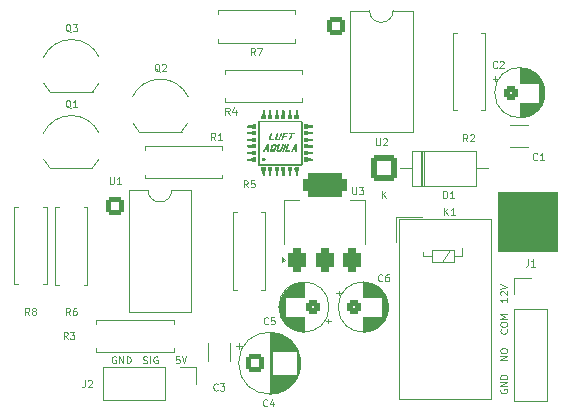
<source format=gbr>
%TF.GenerationSoftware,KiCad,Pcbnew,9.0.6*%
%TF.CreationDate,2025-12-23T12:21:06+09:00*%
%TF.ProjectId,ils,696c732e-6b69-4636-9164-5f7063625858,rev?*%
%TF.SameCoordinates,Original*%
%TF.FileFunction,Legend,Top*%
%TF.FilePolarity,Positive*%
%FSLAX46Y46*%
G04 Gerber Fmt 4.6, Leading zero omitted, Abs format (unit mm)*
G04 Created by KiCad (PCBNEW 9.0.6) date 2025-12-23 12:21:06*
%MOMM*%
%LPD*%
G01*
G04 APERTURE LIST*
G04 Aperture macros list*
%AMRoundRect*
0 Rectangle with rounded corners*
0 $1 Rounding radius*
0 $2 $3 $4 $5 $6 $7 $8 $9 X,Y pos of 4 corners*
0 Add a 4 corners polygon primitive as box body*
4,1,4,$2,$3,$4,$5,$6,$7,$8,$9,$2,$3,0*
0 Add four circle primitives for the rounded corners*
1,1,$1+$1,$2,$3*
1,1,$1+$1,$4,$5*
1,1,$1+$1,$6,$7*
1,1,$1+$1,$8,$9*
0 Add four rect primitives between the rounded corners*
20,1,$1+$1,$2,$3,$4,$5,0*
20,1,$1+$1,$4,$5,$6,$7,0*
20,1,$1+$1,$6,$7,$8,$9,0*
20,1,$1+$1,$8,$9,$2,$3,0*%
G04 Aperture macros list end*
%ADD10C,0.100000*%
%ADD11C,0.120000*%
%ADD12C,0.000000*%
%ADD13RoundRect,0.250000X-0.350000X-0.350000X0.350000X-0.350000X0.350000X0.350000X-0.350000X0.350000X0*%
%ADD14C,1.200000*%
%ADD15RoundRect,0.250000X0.350000X0.350000X-0.350000X0.350000X-0.350000X-0.350000X0.350000X-0.350000X0*%
%ADD16C,3.800000*%
%ADD17C,2.600000*%
%ADD18C,1.600000*%
%ADD19RoundRect,0.250000X-0.550000X-0.550000X0.550000X-0.550000X0.550000X0.550000X-0.550000X0.550000X0*%
%ADD20R,1.700000X1.700000*%
%ADD21C,1.700000*%
%ADD22RoundRect,0.249999X-0.850001X-0.850001X0.850001X-0.850001X0.850001X0.850001X-0.850001X0.850001X0*%
%ADD23C,2.200000*%
%ADD24RoundRect,0.375000X0.375000X-0.625000X0.375000X0.625000X-0.375000X0.625000X-0.375000X-0.625000X0*%
%ADD25RoundRect,0.500000X1.400000X-0.500000X1.400000X0.500000X-1.400000X0.500000X-1.400000X-0.500000X0*%
%ADD26R,2.000000X2.000000*%
%ADD27C,2.000000*%
%ADD28R,1.500000X1.500000*%
%ADD29C,1.500000*%
G04 APERTURE END LIST*
D10*
X174100000Y-122300000D02*
X179100000Y-122300000D01*
X179100000Y-127300000D01*
X174100000Y-127300000D01*
X174100000Y-122300000D01*
G36*
X174100000Y-122300000D02*
G01*
X179100000Y-122300000D01*
X179100000Y-127300000D01*
X174100000Y-127300000D01*
X174100000Y-122300000D01*
G37*
X144080074Y-136742800D02*
X144165789Y-136771371D01*
X144165789Y-136771371D02*
X144308646Y-136771371D01*
X144308646Y-136771371D02*
X144365789Y-136742800D01*
X144365789Y-136742800D02*
X144394360Y-136714228D01*
X144394360Y-136714228D02*
X144422931Y-136657085D01*
X144422931Y-136657085D02*
X144422931Y-136599942D01*
X144422931Y-136599942D02*
X144394360Y-136542800D01*
X144394360Y-136542800D02*
X144365789Y-136514228D01*
X144365789Y-136514228D02*
X144308646Y-136485657D01*
X144308646Y-136485657D02*
X144194360Y-136457085D01*
X144194360Y-136457085D02*
X144137217Y-136428514D01*
X144137217Y-136428514D02*
X144108646Y-136399942D01*
X144108646Y-136399942D02*
X144080074Y-136342800D01*
X144080074Y-136342800D02*
X144080074Y-136285657D01*
X144080074Y-136285657D02*
X144108646Y-136228514D01*
X144108646Y-136228514D02*
X144137217Y-136199942D01*
X144137217Y-136199942D02*
X144194360Y-136171371D01*
X144194360Y-136171371D02*
X144337217Y-136171371D01*
X144337217Y-136171371D02*
X144422931Y-136199942D01*
X144680075Y-136771371D02*
X144680075Y-136171371D01*
X145280074Y-136199942D02*
X145222932Y-136171371D01*
X145222932Y-136171371D02*
X145137217Y-136171371D01*
X145137217Y-136171371D02*
X145051503Y-136199942D01*
X145051503Y-136199942D02*
X144994360Y-136257085D01*
X144994360Y-136257085D02*
X144965789Y-136314228D01*
X144965789Y-136314228D02*
X144937217Y-136428514D01*
X144937217Y-136428514D02*
X144937217Y-136514228D01*
X144937217Y-136514228D02*
X144965789Y-136628514D01*
X144965789Y-136628514D02*
X144994360Y-136685657D01*
X144994360Y-136685657D02*
X145051503Y-136742800D01*
X145051503Y-136742800D02*
X145137217Y-136771371D01*
X145137217Y-136771371D02*
X145194360Y-136771371D01*
X145194360Y-136771371D02*
X145280074Y-136742800D01*
X145280074Y-136742800D02*
X145308646Y-136714228D01*
X145308646Y-136714228D02*
X145308646Y-136514228D01*
X145308646Y-136514228D02*
X145194360Y-136514228D01*
X147144360Y-136171371D02*
X146858646Y-136171371D01*
X146858646Y-136171371D02*
X146830074Y-136457085D01*
X146830074Y-136457085D02*
X146858646Y-136428514D01*
X146858646Y-136428514D02*
X146915789Y-136399942D01*
X146915789Y-136399942D02*
X147058646Y-136399942D01*
X147058646Y-136399942D02*
X147115789Y-136428514D01*
X147115789Y-136428514D02*
X147144360Y-136457085D01*
X147144360Y-136457085D02*
X147172931Y-136514228D01*
X147172931Y-136514228D02*
X147172931Y-136657085D01*
X147172931Y-136657085D02*
X147144360Y-136714228D01*
X147144360Y-136714228D02*
X147115789Y-136742800D01*
X147115789Y-136742800D02*
X147058646Y-136771371D01*
X147058646Y-136771371D02*
X146915789Y-136771371D01*
X146915789Y-136771371D02*
X146858646Y-136742800D01*
X146858646Y-136742800D02*
X146830074Y-136714228D01*
X147344360Y-136171371D02*
X147544360Y-136771371D01*
X147544360Y-136771371D02*
X147744360Y-136171371D01*
X141772931Y-136199942D02*
X141715789Y-136171371D01*
X141715789Y-136171371D02*
X141630074Y-136171371D01*
X141630074Y-136171371D02*
X141544360Y-136199942D01*
X141544360Y-136199942D02*
X141487217Y-136257085D01*
X141487217Y-136257085D02*
X141458646Y-136314228D01*
X141458646Y-136314228D02*
X141430074Y-136428514D01*
X141430074Y-136428514D02*
X141430074Y-136514228D01*
X141430074Y-136514228D02*
X141458646Y-136628514D01*
X141458646Y-136628514D02*
X141487217Y-136685657D01*
X141487217Y-136685657D02*
X141544360Y-136742800D01*
X141544360Y-136742800D02*
X141630074Y-136771371D01*
X141630074Y-136771371D02*
X141687217Y-136771371D01*
X141687217Y-136771371D02*
X141772931Y-136742800D01*
X141772931Y-136742800D02*
X141801503Y-136714228D01*
X141801503Y-136714228D02*
X141801503Y-136514228D01*
X141801503Y-136514228D02*
X141687217Y-136514228D01*
X142058646Y-136771371D02*
X142058646Y-136171371D01*
X142058646Y-136171371D02*
X142401503Y-136771371D01*
X142401503Y-136771371D02*
X142401503Y-136171371D01*
X142687217Y-136771371D02*
X142687217Y-136171371D01*
X142687217Y-136171371D02*
X142830074Y-136171371D01*
X142830074Y-136171371D02*
X142915788Y-136199942D01*
X142915788Y-136199942D02*
X142972931Y-136257085D01*
X142972931Y-136257085D02*
X143001502Y-136314228D01*
X143001502Y-136314228D02*
X143030074Y-136428514D01*
X143030074Y-136428514D02*
X143030074Y-136514228D01*
X143030074Y-136514228D02*
X143001502Y-136628514D01*
X143001502Y-136628514D02*
X142972931Y-136685657D01*
X142972931Y-136685657D02*
X142915788Y-136742800D01*
X142915788Y-136742800D02*
X142830074Y-136771371D01*
X142830074Y-136771371D02*
X142687217Y-136771371D01*
X174349942Y-138977068D02*
X174321371Y-139034211D01*
X174321371Y-139034211D02*
X174321371Y-139119925D01*
X174321371Y-139119925D02*
X174349942Y-139205639D01*
X174349942Y-139205639D02*
X174407085Y-139262782D01*
X174407085Y-139262782D02*
X174464228Y-139291353D01*
X174464228Y-139291353D02*
X174578514Y-139319925D01*
X174578514Y-139319925D02*
X174664228Y-139319925D01*
X174664228Y-139319925D02*
X174778514Y-139291353D01*
X174778514Y-139291353D02*
X174835657Y-139262782D01*
X174835657Y-139262782D02*
X174892800Y-139205639D01*
X174892800Y-139205639D02*
X174921371Y-139119925D01*
X174921371Y-139119925D02*
X174921371Y-139062782D01*
X174921371Y-139062782D02*
X174892800Y-138977068D01*
X174892800Y-138977068D02*
X174864228Y-138948496D01*
X174864228Y-138948496D02*
X174664228Y-138948496D01*
X174664228Y-138948496D02*
X174664228Y-139062782D01*
X174921371Y-138691353D02*
X174321371Y-138691353D01*
X174321371Y-138691353D02*
X174921371Y-138348496D01*
X174921371Y-138348496D02*
X174321371Y-138348496D01*
X174921371Y-138062782D02*
X174321371Y-138062782D01*
X174321371Y-138062782D02*
X174321371Y-137919925D01*
X174321371Y-137919925D02*
X174349942Y-137834211D01*
X174349942Y-137834211D02*
X174407085Y-137777068D01*
X174407085Y-137777068D02*
X174464228Y-137748497D01*
X174464228Y-137748497D02*
X174578514Y-137719925D01*
X174578514Y-137719925D02*
X174664228Y-137719925D01*
X174664228Y-137719925D02*
X174778514Y-137748497D01*
X174778514Y-137748497D02*
X174835657Y-137777068D01*
X174835657Y-137777068D02*
X174892800Y-137834211D01*
X174892800Y-137834211D02*
X174921371Y-137919925D01*
X174921371Y-137919925D02*
X174921371Y-138062782D01*
X174921371Y-136491353D02*
X174321371Y-136491353D01*
X174321371Y-136491353D02*
X174921371Y-136148496D01*
X174921371Y-136148496D02*
X174321371Y-136148496D01*
X174321371Y-135748497D02*
X174321371Y-135634211D01*
X174321371Y-135634211D02*
X174349942Y-135577068D01*
X174349942Y-135577068D02*
X174407085Y-135519925D01*
X174407085Y-135519925D02*
X174521371Y-135491354D01*
X174521371Y-135491354D02*
X174721371Y-135491354D01*
X174721371Y-135491354D02*
X174835657Y-135519925D01*
X174835657Y-135519925D02*
X174892800Y-135577068D01*
X174892800Y-135577068D02*
X174921371Y-135634211D01*
X174921371Y-135634211D02*
X174921371Y-135748497D01*
X174921371Y-135748497D02*
X174892800Y-135805640D01*
X174892800Y-135805640D02*
X174835657Y-135862782D01*
X174835657Y-135862782D02*
X174721371Y-135891354D01*
X174721371Y-135891354D02*
X174521371Y-135891354D01*
X174521371Y-135891354D02*
X174407085Y-135862782D01*
X174407085Y-135862782D02*
X174349942Y-135805640D01*
X174349942Y-135805640D02*
X174321371Y-135748497D01*
X174864228Y-133898496D02*
X174892800Y-133927068D01*
X174892800Y-133927068D02*
X174921371Y-134012782D01*
X174921371Y-134012782D02*
X174921371Y-134069925D01*
X174921371Y-134069925D02*
X174892800Y-134155639D01*
X174892800Y-134155639D02*
X174835657Y-134212782D01*
X174835657Y-134212782D02*
X174778514Y-134241353D01*
X174778514Y-134241353D02*
X174664228Y-134269925D01*
X174664228Y-134269925D02*
X174578514Y-134269925D01*
X174578514Y-134269925D02*
X174464228Y-134241353D01*
X174464228Y-134241353D02*
X174407085Y-134212782D01*
X174407085Y-134212782D02*
X174349942Y-134155639D01*
X174349942Y-134155639D02*
X174321371Y-134069925D01*
X174321371Y-134069925D02*
X174321371Y-134012782D01*
X174321371Y-134012782D02*
X174349942Y-133927068D01*
X174349942Y-133927068D02*
X174378514Y-133898496D01*
X174321371Y-133527068D02*
X174321371Y-133412782D01*
X174321371Y-133412782D02*
X174349942Y-133355639D01*
X174349942Y-133355639D02*
X174407085Y-133298496D01*
X174407085Y-133298496D02*
X174521371Y-133269925D01*
X174521371Y-133269925D02*
X174721371Y-133269925D01*
X174721371Y-133269925D02*
X174835657Y-133298496D01*
X174835657Y-133298496D02*
X174892800Y-133355639D01*
X174892800Y-133355639D02*
X174921371Y-133412782D01*
X174921371Y-133412782D02*
X174921371Y-133527068D01*
X174921371Y-133527068D02*
X174892800Y-133584211D01*
X174892800Y-133584211D02*
X174835657Y-133641353D01*
X174835657Y-133641353D02*
X174721371Y-133669925D01*
X174721371Y-133669925D02*
X174521371Y-133669925D01*
X174521371Y-133669925D02*
X174407085Y-133641353D01*
X174407085Y-133641353D02*
X174349942Y-133584211D01*
X174349942Y-133584211D02*
X174321371Y-133527068D01*
X174921371Y-133012782D02*
X174321371Y-133012782D01*
X174321371Y-133012782D02*
X174749942Y-132812782D01*
X174749942Y-132812782D02*
X174321371Y-132612782D01*
X174321371Y-132612782D02*
X174921371Y-132612782D01*
X174921371Y-131227068D02*
X174921371Y-131569925D01*
X174921371Y-131398496D02*
X174321371Y-131398496D01*
X174321371Y-131398496D02*
X174407085Y-131455639D01*
X174407085Y-131455639D02*
X174464228Y-131512782D01*
X174464228Y-131512782D02*
X174492800Y-131569925D01*
X174378514Y-130998496D02*
X174349942Y-130969924D01*
X174349942Y-130969924D02*
X174321371Y-130912782D01*
X174321371Y-130912782D02*
X174321371Y-130769924D01*
X174321371Y-130769924D02*
X174349942Y-130712782D01*
X174349942Y-130712782D02*
X174378514Y-130684210D01*
X174378514Y-130684210D02*
X174435657Y-130655639D01*
X174435657Y-130655639D02*
X174492800Y-130655639D01*
X174492800Y-130655639D02*
X174578514Y-130684210D01*
X174578514Y-130684210D02*
X174921371Y-131027067D01*
X174921371Y-131027067D02*
X174921371Y-130655639D01*
X174321371Y-130484210D02*
X174921371Y-130284210D01*
X174921371Y-130284210D02*
X174321371Y-130084210D01*
X164350000Y-129765228D02*
X164321428Y-129793800D01*
X164321428Y-129793800D02*
X164235714Y-129822371D01*
X164235714Y-129822371D02*
X164178571Y-129822371D01*
X164178571Y-129822371D02*
X164092857Y-129793800D01*
X164092857Y-129793800D02*
X164035714Y-129736657D01*
X164035714Y-129736657D02*
X164007143Y-129679514D01*
X164007143Y-129679514D02*
X163978571Y-129565228D01*
X163978571Y-129565228D02*
X163978571Y-129479514D01*
X163978571Y-129479514D02*
X164007143Y-129365228D01*
X164007143Y-129365228D02*
X164035714Y-129308085D01*
X164035714Y-129308085D02*
X164092857Y-129250942D01*
X164092857Y-129250942D02*
X164178571Y-129222371D01*
X164178571Y-129222371D02*
X164235714Y-129222371D01*
X164235714Y-129222371D02*
X164321428Y-129250942D01*
X164321428Y-129250942D02*
X164350000Y-129279514D01*
X164864286Y-129222371D02*
X164750000Y-129222371D01*
X164750000Y-129222371D02*
X164692857Y-129250942D01*
X164692857Y-129250942D02*
X164664286Y-129279514D01*
X164664286Y-129279514D02*
X164607143Y-129365228D01*
X164607143Y-129365228D02*
X164578571Y-129479514D01*
X164578571Y-129479514D02*
X164578571Y-129708085D01*
X164578571Y-129708085D02*
X164607143Y-129765228D01*
X164607143Y-129765228D02*
X164635714Y-129793800D01*
X164635714Y-129793800D02*
X164692857Y-129822371D01*
X164692857Y-129822371D02*
X164807143Y-129822371D01*
X164807143Y-129822371D02*
X164864286Y-129793800D01*
X164864286Y-129793800D02*
X164892857Y-129765228D01*
X164892857Y-129765228D02*
X164921428Y-129708085D01*
X164921428Y-129708085D02*
X164921428Y-129565228D01*
X164921428Y-129565228D02*
X164892857Y-129508085D01*
X164892857Y-129508085D02*
X164864286Y-129479514D01*
X164864286Y-129479514D02*
X164807143Y-129450942D01*
X164807143Y-129450942D02*
X164692857Y-129450942D01*
X164692857Y-129450942D02*
X164635714Y-129479514D01*
X164635714Y-129479514D02*
X164607143Y-129508085D01*
X164607143Y-129508085D02*
X164578571Y-129565228D01*
X154650000Y-133415228D02*
X154621428Y-133443800D01*
X154621428Y-133443800D02*
X154535714Y-133472371D01*
X154535714Y-133472371D02*
X154478571Y-133472371D01*
X154478571Y-133472371D02*
X154392857Y-133443800D01*
X154392857Y-133443800D02*
X154335714Y-133386657D01*
X154335714Y-133386657D02*
X154307143Y-133329514D01*
X154307143Y-133329514D02*
X154278571Y-133215228D01*
X154278571Y-133215228D02*
X154278571Y-133129514D01*
X154278571Y-133129514D02*
X154307143Y-133015228D01*
X154307143Y-133015228D02*
X154335714Y-132958085D01*
X154335714Y-132958085D02*
X154392857Y-132900942D01*
X154392857Y-132900942D02*
X154478571Y-132872371D01*
X154478571Y-132872371D02*
X154535714Y-132872371D01*
X154535714Y-132872371D02*
X154621428Y-132900942D01*
X154621428Y-132900942D02*
X154650000Y-132929514D01*
X155192857Y-132872371D02*
X154907143Y-132872371D01*
X154907143Y-132872371D02*
X154878571Y-133158085D01*
X154878571Y-133158085D02*
X154907143Y-133129514D01*
X154907143Y-133129514D02*
X154964286Y-133100942D01*
X154964286Y-133100942D02*
X155107143Y-133100942D01*
X155107143Y-133100942D02*
X155164286Y-133129514D01*
X155164286Y-133129514D02*
X155192857Y-133158085D01*
X155192857Y-133158085D02*
X155221428Y-133215228D01*
X155221428Y-133215228D02*
X155221428Y-133358085D01*
X155221428Y-133358085D02*
X155192857Y-133415228D01*
X155192857Y-133415228D02*
X155164286Y-133443800D01*
X155164286Y-133443800D02*
X155107143Y-133472371D01*
X155107143Y-133472371D02*
X154964286Y-133472371D01*
X154964286Y-133472371D02*
X154907143Y-133443800D01*
X154907143Y-133443800D02*
X154878571Y-133415228D01*
X163787857Y-117722371D02*
X163787857Y-118208085D01*
X163787857Y-118208085D02*
X163816428Y-118265228D01*
X163816428Y-118265228D02*
X163845000Y-118293800D01*
X163845000Y-118293800D02*
X163902142Y-118322371D01*
X163902142Y-118322371D02*
X164016428Y-118322371D01*
X164016428Y-118322371D02*
X164073571Y-118293800D01*
X164073571Y-118293800D02*
X164102142Y-118265228D01*
X164102142Y-118265228D02*
X164130714Y-118208085D01*
X164130714Y-118208085D02*
X164130714Y-117722371D01*
X164387856Y-117779514D02*
X164416428Y-117750942D01*
X164416428Y-117750942D02*
X164473571Y-117722371D01*
X164473571Y-117722371D02*
X164616428Y-117722371D01*
X164616428Y-117722371D02*
X164673571Y-117750942D01*
X164673571Y-117750942D02*
X164702142Y-117779514D01*
X164702142Y-117779514D02*
X164730713Y-117836657D01*
X164730713Y-117836657D02*
X164730713Y-117893800D01*
X164730713Y-117893800D02*
X164702142Y-117979514D01*
X164702142Y-117979514D02*
X164359285Y-118322371D01*
X164359285Y-118322371D02*
X164730713Y-118322371D01*
X171550000Y-117972371D02*
X171350000Y-117686657D01*
X171207143Y-117972371D02*
X171207143Y-117372371D01*
X171207143Y-117372371D02*
X171435714Y-117372371D01*
X171435714Y-117372371D02*
X171492857Y-117400942D01*
X171492857Y-117400942D02*
X171521428Y-117429514D01*
X171521428Y-117429514D02*
X171550000Y-117486657D01*
X171550000Y-117486657D02*
X171550000Y-117572371D01*
X171550000Y-117572371D02*
X171521428Y-117629514D01*
X171521428Y-117629514D02*
X171492857Y-117658085D01*
X171492857Y-117658085D02*
X171435714Y-117686657D01*
X171435714Y-117686657D02*
X171207143Y-117686657D01*
X171778571Y-117429514D02*
X171807143Y-117400942D01*
X171807143Y-117400942D02*
X171864286Y-117372371D01*
X171864286Y-117372371D02*
X172007143Y-117372371D01*
X172007143Y-117372371D02*
X172064286Y-117400942D01*
X172064286Y-117400942D02*
X172092857Y-117429514D01*
X172092857Y-117429514D02*
X172121428Y-117486657D01*
X172121428Y-117486657D02*
X172121428Y-117543800D01*
X172121428Y-117543800D02*
X172092857Y-117629514D01*
X172092857Y-117629514D02*
X171750000Y-117972371D01*
X171750000Y-117972371D02*
X172121428Y-117972371D01*
X150400000Y-139015228D02*
X150371428Y-139043800D01*
X150371428Y-139043800D02*
X150285714Y-139072371D01*
X150285714Y-139072371D02*
X150228571Y-139072371D01*
X150228571Y-139072371D02*
X150142857Y-139043800D01*
X150142857Y-139043800D02*
X150085714Y-138986657D01*
X150085714Y-138986657D02*
X150057143Y-138929514D01*
X150057143Y-138929514D02*
X150028571Y-138815228D01*
X150028571Y-138815228D02*
X150028571Y-138729514D01*
X150028571Y-138729514D02*
X150057143Y-138615228D01*
X150057143Y-138615228D02*
X150085714Y-138558085D01*
X150085714Y-138558085D02*
X150142857Y-138500942D01*
X150142857Y-138500942D02*
X150228571Y-138472371D01*
X150228571Y-138472371D02*
X150285714Y-138472371D01*
X150285714Y-138472371D02*
X150371428Y-138500942D01*
X150371428Y-138500942D02*
X150400000Y-138529514D01*
X150600000Y-138472371D02*
X150971428Y-138472371D01*
X150971428Y-138472371D02*
X150771428Y-138700942D01*
X150771428Y-138700942D02*
X150857143Y-138700942D01*
X150857143Y-138700942D02*
X150914286Y-138729514D01*
X150914286Y-138729514D02*
X150942857Y-138758085D01*
X150942857Y-138758085D02*
X150971428Y-138815228D01*
X150971428Y-138815228D02*
X150971428Y-138958085D01*
X150971428Y-138958085D02*
X150942857Y-139015228D01*
X150942857Y-139015228D02*
X150914286Y-139043800D01*
X150914286Y-139043800D02*
X150857143Y-139072371D01*
X150857143Y-139072371D02*
X150685714Y-139072371D01*
X150685714Y-139072371D02*
X150628571Y-139043800D01*
X150628571Y-139043800D02*
X150600000Y-139015228D01*
X177450000Y-119515228D02*
X177421428Y-119543800D01*
X177421428Y-119543800D02*
X177335714Y-119572371D01*
X177335714Y-119572371D02*
X177278571Y-119572371D01*
X177278571Y-119572371D02*
X177192857Y-119543800D01*
X177192857Y-119543800D02*
X177135714Y-119486657D01*
X177135714Y-119486657D02*
X177107143Y-119429514D01*
X177107143Y-119429514D02*
X177078571Y-119315228D01*
X177078571Y-119315228D02*
X177078571Y-119229514D01*
X177078571Y-119229514D02*
X177107143Y-119115228D01*
X177107143Y-119115228D02*
X177135714Y-119058085D01*
X177135714Y-119058085D02*
X177192857Y-119000942D01*
X177192857Y-119000942D02*
X177278571Y-118972371D01*
X177278571Y-118972371D02*
X177335714Y-118972371D01*
X177335714Y-118972371D02*
X177421428Y-119000942D01*
X177421428Y-119000942D02*
X177450000Y-119029514D01*
X178021428Y-119572371D02*
X177678571Y-119572371D01*
X177850000Y-119572371D02*
X177850000Y-118972371D01*
X177850000Y-118972371D02*
X177792857Y-119058085D01*
X177792857Y-119058085D02*
X177735714Y-119115228D01*
X177735714Y-119115228D02*
X177678571Y-119143800D01*
X139159999Y-138172371D02*
X139159999Y-138600942D01*
X139159999Y-138600942D02*
X139131428Y-138686657D01*
X139131428Y-138686657D02*
X139074285Y-138743800D01*
X139074285Y-138743800D02*
X138988571Y-138772371D01*
X138988571Y-138772371D02*
X138931428Y-138772371D01*
X139417142Y-138229514D02*
X139445714Y-138200942D01*
X139445714Y-138200942D02*
X139502857Y-138172371D01*
X139502857Y-138172371D02*
X139645714Y-138172371D01*
X139645714Y-138172371D02*
X139702857Y-138200942D01*
X139702857Y-138200942D02*
X139731428Y-138229514D01*
X139731428Y-138229514D02*
X139759999Y-138286657D01*
X139759999Y-138286657D02*
X139759999Y-138343800D01*
X139759999Y-138343800D02*
X139731428Y-138429514D01*
X139731428Y-138429514D02*
X139388571Y-138772371D01*
X139388571Y-138772371D02*
X139759999Y-138772371D01*
X154600000Y-140365228D02*
X154571428Y-140393800D01*
X154571428Y-140393800D02*
X154485714Y-140422371D01*
X154485714Y-140422371D02*
X154428571Y-140422371D01*
X154428571Y-140422371D02*
X154342857Y-140393800D01*
X154342857Y-140393800D02*
X154285714Y-140336657D01*
X154285714Y-140336657D02*
X154257143Y-140279514D01*
X154257143Y-140279514D02*
X154228571Y-140165228D01*
X154228571Y-140165228D02*
X154228571Y-140079514D01*
X154228571Y-140079514D02*
X154257143Y-139965228D01*
X154257143Y-139965228D02*
X154285714Y-139908085D01*
X154285714Y-139908085D02*
X154342857Y-139850942D01*
X154342857Y-139850942D02*
X154428571Y-139822371D01*
X154428571Y-139822371D02*
X154485714Y-139822371D01*
X154485714Y-139822371D02*
X154571428Y-139850942D01*
X154571428Y-139850942D02*
X154600000Y-139879514D01*
X155114286Y-140022371D02*
X155114286Y-140422371D01*
X154971428Y-139793800D02*
X154828571Y-140222371D01*
X154828571Y-140222371D02*
X155200000Y-140222371D01*
X174050000Y-111715228D02*
X174021428Y-111743800D01*
X174021428Y-111743800D02*
X173935714Y-111772371D01*
X173935714Y-111772371D02*
X173878571Y-111772371D01*
X173878571Y-111772371D02*
X173792857Y-111743800D01*
X173792857Y-111743800D02*
X173735714Y-111686657D01*
X173735714Y-111686657D02*
X173707143Y-111629514D01*
X173707143Y-111629514D02*
X173678571Y-111515228D01*
X173678571Y-111515228D02*
X173678571Y-111429514D01*
X173678571Y-111429514D02*
X173707143Y-111315228D01*
X173707143Y-111315228D02*
X173735714Y-111258085D01*
X173735714Y-111258085D02*
X173792857Y-111200942D01*
X173792857Y-111200942D02*
X173878571Y-111172371D01*
X173878571Y-111172371D02*
X173935714Y-111172371D01*
X173935714Y-111172371D02*
X174021428Y-111200942D01*
X174021428Y-111200942D02*
X174050000Y-111229514D01*
X174278571Y-111229514D02*
X174307143Y-111200942D01*
X174307143Y-111200942D02*
X174364286Y-111172371D01*
X174364286Y-111172371D02*
X174507143Y-111172371D01*
X174507143Y-111172371D02*
X174564286Y-111200942D01*
X174564286Y-111200942D02*
X174592857Y-111229514D01*
X174592857Y-111229514D02*
X174621428Y-111286657D01*
X174621428Y-111286657D02*
X174621428Y-111343800D01*
X174621428Y-111343800D02*
X174592857Y-111429514D01*
X174592857Y-111429514D02*
X174250000Y-111772371D01*
X174250000Y-111772371D02*
X174621428Y-111772371D01*
X169507143Y-122772371D02*
X169507143Y-122172371D01*
X169507143Y-122172371D02*
X169650000Y-122172371D01*
X169650000Y-122172371D02*
X169735714Y-122200942D01*
X169735714Y-122200942D02*
X169792857Y-122258085D01*
X169792857Y-122258085D02*
X169821428Y-122315228D01*
X169821428Y-122315228D02*
X169850000Y-122429514D01*
X169850000Y-122429514D02*
X169850000Y-122515228D01*
X169850000Y-122515228D02*
X169821428Y-122629514D01*
X169821428Y-122629514D02*
X169792857Y-122686657D01*
X169792857Y-122686657D02*
X169735714Y-122743800D01*
X169735714Y-122743800D02*
X169650000Y-122772371D01*
X169650000Y-122772371D02*
X169507143Y-122772371D01*
X170421428Y-122772371D02*
X170078571Y-122772371D01*
X170250000Y-122772371D02*
X170250000Y-122172371D01*
X170250000Y-122172371D02*
X170192857Y-122258085D01*
X170192857Y-122258085D02*
X170135714Y-122315228D01*
X170135714Y-122315228D02*
X170078571Y-122343800D01*
X164342857Y-122772371D02*
X164342857Y-122172371D01*
X164685714Y-122772371D02*
X164428571Y-122429514D01*
X164685714Y-122172371D02*
X164342857Y-122515228D01*
X161792857Y-121872371D02*
X161792857Y-122358085D01*
X161792857Y-122358085D02*
X161821428Y-122415228D01*
X161821428Y-122415228D02*
X161850000Y-122443800D01*
X161850000Y-122443800D02*
X161907142Y-122472371D01*
X161907142Y-122472371D02*
X162021428Y-122472371D01*
X162021428Y-122472371D02*
X162078571Y-122443800D01*
X162078571Y-122443800D02*
X162107142Y-122415228D01*
X162107142Y-122415228D02*
X162135714Y-122358085D01*
X162135714Y-122358085D02*
X162135714Y-121872371D01*
X162364285Y-121872371D02*
X162735713Y-121872371D01*
X162735713Y-121872371D02*
X162535713Y-122100942D01*
X162535713Y-122100942D02*
X162621428Y-122100942D01*
X162621428Y-122100942D02*
X162678571Y-122129514D01*
X162678571Y-122129514D02*
X162707142Y-122158085D01*
X162707142Y-122158085D02*
X162735713Y-122215228D01*
X162735713Y-122215228D02*
X162735713Y-122358085D01*
X162735713Y-122358085D02*
X162707142Y-122415228D01*
X162707142Y-122415228D02*
X162678571Y-122443800D01*
X162678571Y-122443800D02*
X162621428Y-122472371D01*
X162621428Y-122472371D02*
X162449999Y-122472371D01*
X162449999Y-122472371D02*
X162392856Y-122443800D01*
X162392856Y-122443800D02*
X162364285Y-122415228D01*
X137900000Y-132672371D02*
X137700000Y-132386657D01*
X137557143Y-132672371D02*
X137557143Y-132072371D01*
X137557143Y-132072371D02*
X137785714Y-132072371D01*
X137785714Y-132072371D02*
X137842857Y-132100942D01*
X137842857Y-132100942D02*
X137871428Y-132129514D01*
X137871428Y-132129514D02*
X137900000Y-132186657D01*
X137900000Y-132186657D02*
X137900000Y-132272371D01*
X137900000Y-132272371D02*
X137871428Y-132329514D01*
X137871428Y-132329514D02*
X137842857Y-132358085D01*
X137842857Y-132358085D02*
X137785714Y-132386657D01*
X137785714Y-132386657D02*
X137557143Y-132386657D01*
X138414286Y-132072371D02*
X138300000Y-132072371D01*
X138300000Y-132072371D02*
X138242857Y-132100942D01*
X138242857Y-132100942D02*
X138214286Y-132129514D01*
X138214286Y-132129514D02*
X138157143Y-132215228D01*
X138157143Y-132215228D02*
X138128571Y-132329514D01*
X138128571Y-132329514D02*
X138128571Y-132558085D01*
X138128571Y-132558085D02*
X138157143Y-132615228D01*
X138157143Y-132615228D02*
X138185714Y-132643800D01*
X138185714Y-132643800D02*
X138242857Y-132672371D01*
X138242857Y-132672371D02*
X138357143Y-132672371D01*
X138357143Y-132672371D02*
X138414286Y-132643800D01*
X138414286Y-132643800D02*
X138442857Y-132615228D01*
X138442857Y-132615228D02*
X138471428Y-132558085D01*
X138471428Y-132558085D02*
X138471428Y-132415228D01*
X138471428Y-132415228D02*
X138442857Y-132358085D01*
X138442857Y-132358085D02*
X138414286Y-132329514D01*
X138414286Y-132329514D02*
X138357143Y-132300942D01*
X138357143Y-132300942D02*
X138242857Y-132300942D01*
X138242857Y-132300942D02*
X138185714Y-132329514D01*
X138185714Y-132329514D02*
X138157143Y-132358085D01*
X138157143Y-132358085D02*
X138128571Y-132415228D01*
X150200000Y-117872371D02*
X150000000Y-117586657D01*
X149857143Y-117872371D02*
X149857143Y-117272371D01*
X149857143Y-117272371D02*
X150085714Y-117272371D01*
X150085714Y-117272371D02*
X150142857Y-117300942D01*
X150142857Y-117300942D02*
X150171428Y-117329514D01*
X150171428Y-117329514D02*
X150200000Y-117386657D01*
X150200000Y-117386657D02*
X150200000Y-117472371D01*
X150200000Y-117472371D02*
X150171428Y-117529514D01*
X150171428Y-117529514D02*
X150142857Y-117558085D01*
X150142857Y-117558085D02*
X150085714Y-117586657D01*
X150085714Y-117586657D02*
X149857143Y-117586657D01*
X150771428Y-117872371D02*
X150428571Y-117872371D01*
X150600000Y-117872371D02*
X150600000Y-117272371D01*
X150600000Y-117272371D02*
X150542857Y-117358085D01*
X150542857Y-117358085D02*
X150485714Y-117415228D01*
X150485714Y-117415228D02*
X150428571Y-117443800D01*
X152950000Y-121872371D02*
X152750000Y-121586657D01*
X152607143Y-121872371D02*
X152607143Y-121272371D01*
X152607143Y-121272371D02*
X152835714Y-121272371D01*
X152835714Y-121272371D02*
X152892857Y-121300942D01*
X152892857Y-121300942D02*
X152921428Y-121329514D01*
X152921428Y-121329514D02*
X152950000Y-121386657D01*
X152950000Y-121386657D02*
X152950000Y-121472371D01*
X152950000Y-121472371D02*
X152921428Y-121529514D01*
X152921428Y-121529514D02*
X152892857Y-121558085D01*
X152892857Y-121558085D02*
X152835714Y-121586657D01*
X152835714Y-121586657D02*
X152607143Y-121586657D01*
X153492857Y-121272371D02*
X153207143Y-121272371D01*
X153207143Y-121272371D02*
X153178571Y-121558085D01*
X153178571Y-121558085D02*
X153207143Y-121529514D01*
X153207143Y-121529514D02*
X153264286Y-121500942D01*
X153264286Y-121500942D02*
X153407143Y-121500942D01*
X153407143Y-121500942D02*
X153464286Y-121529514D01*
X153464286Y-121529514D02*
X153492857Y-121558085D01*
X153492857Y-121558085D02*
X153521428Y-121615228D01*
X153521428Y-121615228D02*
X153521428Y-121758085D01*
X153521428Y-121758085D02*
X153492857Y-121815228D01*
X153492857Y-121815228D02*
X153464286Y-121843800D01*
X153464286Y-121843800D02*
X153407143Y-121872371D01*
X153407143Y-121872371D02*
X153264286Y-121872371D01*
X153264286Y-121872371D02*
X153207143Y-121843800D01*
X153207143Y-121843800D02*
X153178571Y-121815228D01*
X137700000Y-134722371D02*
X137500000Y-134436657D01*
X137357143Y-134722371D02*
X137357143Y-134122371D01*
X137357143Y-134122371D02*
X137585714Y-134122371D01*
X137585714Y-134122371D02*
X137642857Y-134150942D01*
X137642857Y-134150942D02*
X137671428Y-134179514D01*
X137671428Y-134179514D02*
X137700000Y-134236657D01*
X137700000Y-134236657D02*
X137700000Y-134322371D01*
X137700000Y-134322371D02*
X137671428Y-134379514D01*
X137671428Y-134379514D02*
X137642857Y-134408085D01*
X137642857Y-134408085D02*
X137585714Y-134436657D01*
X137585714Y-134436657D02*
X137357143Y-134436657D01*
X137900000Y-134122371D02*
X138271428Y-134122371D01*
X138271428Y-134122371D02*
X138071428Y-134350942D01*
X138071428Y-134350942D02*
X138157143Y-134350942D01*
X138157143Y-134350942D02*
X138214286Y-134379514D01*
X138214286Y-134379514D02*
X138242857Y-134408085D01*
X138242857Y-134408085D02*
X138271428Y-134465228D01*
X138271428Y-134465228D02*
X138271428Y-134608085D01*
X138271428Y-134608085D02*
X138242857Y-134665228D01*
X138242857Y-134665228D02*
X138214286Y-134693800D01*
X138214286Y-134693800D02*
X138157143Y-134722371D01*
X138157143Y-134722371D02*
X137985714Y-134722371D01*
X137985714Y-134722371D02*
X137928571Y-134693800D01*
X137928571Y-134693800D02*
X137900000Y-134665228D01*
X169557143Y-124222371D02*
X169557143Y-123622371D01*
X169900000Y-124222371D02*
X169642857Y-123879514D01*
X169900000Y-123622371D02*
X169557143Y-123965228D01*
X170471428Y-124222371D02*
X170128571Y-124222371D01*
X170300000Y-124222371D02*
X170300000Y-123622371D01*
X170300000Y-123622371D02*
X170242857Y-123708085D01*
X170242857Y-123708085D02*
X170185714Y-123765228D01*
X170185714Y-123765228D02*
X170128571Y-123793800D01*
X176699999Y-127972371D02*
X176699999Y-128400942D01*
X176699999Y-128400942D02*
X176671428Y-128486657D01*
X176671428Y-128486657D02*
X176614285Y-128543800D01*
X176614285Y-128543800D02*
X176528571Y-128572371D01*
X176528571Y-128572371D02*
X176471428Y-128572371D01*
X177299999Y-128572371D02*
X176957142Y-128572371D01*
X177128571Y-128572371D02*
X177128571Y-127972371D01*
X177128571Y-127972371D02*
X177071428Y-128058085D01*
X177071428Y-128058085D02*
X177014285Y-128115228D01*
X177014285Y-128115228D02*
X176957142Y-128143800D01*
X134450000Y-132672371D02*
X134250000Y-132386657D01*
X134107143Y-132672371D02*
X134107143Y-132072371D01*
X134107143Y-132072371D02*
X134335714Y-132072371D01*
X134335714Y-132072371D02*
X134392857Y-132100942D01*
X134392857Y-132100942D02*
X134421428Y-132129514D01*
X134421428Y-132129514D02*
X134450000Y-132186657D01*
X134450000Y-132186657D02*
X134450000Y-132272371D01*
X134450000Y-132272371D02*
X134421428Y-132329514D01*
X134421428Y-132329514D02*
X134392857Y-132358085D01*
X134392857Y-132358085D02*
X134335714Y-132386657D01*
X134335714Y-132386657D02*
X134107143Y-132386657D01*
X134792857Y-132329514D02*
X134735714Y-132300942D01*
X134735714Y-132300942D02*
X134707143Y-132272371D01*
X134707143Y-132272371D02*
X134678571Y-132215228D01*
X134678571Y-132215228D02*
X134678571Y-132186657D01*
X134678571Y-132186657D02*
X134707143Y-132129514D01*
X134707143Y-132129514D02*
X134735714Y-132100942D01*
X134735714Y-132100942D02*
X134792857Y-132072371D01*
X134792857Y-132072371D02*
X134907143Y-132072371D01*
X134907143Y-132072371D02*
X134964286Y-132100942D01*
X134964286Y-132100942D02*
X134992857Y-132129514D01*
X134992857Y-132129514D02*
X135021428Y-132186657D01*
X135021428Y-132186657D02*
X135021428Y-132215228D01*
X135021428Y-132215228D02*
X134992857Y-132272371D01*
X134992857Y-132272371D02*
X134964286Y-132300942D01*
X134964286Y-132300942D02*
X134907143Y-132329514D01*
X134907143Y-132329514D02*
X134792857Y-132329514D01*
X134792857Y-132329514D02*
X134735714Y-132358085D01*
X134735714Y-132358085D02*
X134707143Y-132386657D01*
X134707143Y-132386657D02*
X134678571Y-132443800D01*
X134678571Y-132443800D02*
X134678571Y-132558085D01*
X134678571Y-132558085D02*
X134707143Y-132615228D01*
X134707143Y-132615228D02*
X134735714Y-132643800D01*
X134735714Y-132643800D02*
X134792857Y-132672371D01*
X134792857Y-132672371D02*
X134907143Y-132672371D01*
X134907143Y-132672371D02*
X134964286Y-132643800D01*
X134964286Y-132643800D02*
X134992857Y-132615228D01*
X134992857Y-132615228D02*
X135021428Y-132558085D01*
X135021428Y-132558085D02*
X135021428Y-132443800D01*
X135021428Y-132443800D02*
X134992857Y-132386657D01*
X134992857Y-132386657D02*
X134964286Y-132358085D01*
X134964286Y-132358085D02*
X134907143Y-132329514D01*
X151400000Y-115722371D02*
X151200000Y-115436657D01*
X151057143Y-115722371D02*
X151057143Y-115122371D01*
X151057143Y-115122371D02*
X151285714Y-115122371D01*
X151285714Y-115122371D02*
X151342857Y-115150942D01*
X151342857Y-115150942D02*
X151371428Y-115179514D01*
X151371428Y-115179514D02*
X151400000Y-115236657D01*
X151400000Y-115236657D02*
X151400000Y-115322371D01*
X151400000Y-115322371D02*
X151371428Y-115379514D01*
X151371428Y-115379514D02*
X151342857Y-115408085D01*
X151342857Y-115408085D02*
X151285714Y-115436657D01*
X151285714Y-115436657D02*
X151057143Y-115436657D01*
X151914286Y-115322371D02*
X151914286Y-115722371D01*
X151771428Y-115093800D02*
X151628571Y-115522371D01*
X151628571Y-115522371D02*
X152000000Y-115522371D01*
X153560000Y-110672371D02*
X153360000Y-110386657D01*
X153217143Y-110672371D02*
X153217143Y-110072371D01*
X153217143Y-110072371D02*
X153445714Y-110072371D01*
X153445714Y-110072371D02*
X153502857Y-110100942D01*
X153502857Y-110100942D02*
X153531428Y-110129514D01*
X153531428Y-110129514D02*
X153560000Y-110186657D01*
X153560000Y-110186657D02*
X153560000Y-110272371D01*
X153560000Y-110272371D02*
X153531428Y-110329514D01*
X153531428Y-110329514D02*
X153502857Y-110358085D01*
X153502857Y-110358085D02*
X153445714Y-110386657D01*
X153445714Y-110386657D02*
X153217143Y-110386657D01*
X153760000Y-110072371D02*
X154160000Y-110072371D01*
X154160000Y-110072371D02*
X153902857Y-110672371D01*
X137952857Y-108719514D02*
X137895714Y-108690942D01*
X137895714Y-108690942D02*
X137838571Y-108633800D01*
X137838571Y-108633800D02*
X137752857Y-108548085D01*
X137752857Y-108548085D02*
X137695714Y-108519514D01*
X137695714Y-108519514D02*
X137638571Y-108519514D01*
X137667142Y-108662371D02*
X137610000Y-108633800D01*
X137610000Y-108633800D02*
X137552857Y-108576657D01*
X137552857Y-108576657D02*
X137524285Y-108462371D01*
X137524285Y-108462371D02*
X137524285Y-108262371D01*
X137524285Y-108262371D02*
X137552857Y-108148085D01*
X137552857Y-108148085D02*
X137610000Y-108090942D01*
X137610000Y-108090942D02*
X137667142Y-108062371D01*
X137667142Y-108062371D02*
X137781428Y-108062371D01*
X137781428Y-108062371D02*
X137838571Y-108090942D01*
X137838571Y-108090942D02*
X137895714Y-108148085D01*
X137895714Y-108148085D02*
X137924285Y-108262371D01*
X137924285Y-108262371D02*
X137924285Y-108462371D01*
X137924285Y-108462371D02*
X137895714Y-108576657D01*
X137895714Y-108576657D02*
X137838571Y-108633800D01*
X137838571Y-108633800D02*
X137781428Y-108662371D01*
X137781428Y-108662371D02*
X137667142Y-108662371D01*
X138124285Y-108062371D02*
X138495713Y-108062371D01*
X138495713Y-108062371D02*
X138295713Y-108290942D01*
X138295713Y-108290942D02*
X138381428Y-108290942D01*
X138381428Y-108290942D02*
X138438571Y-108319514D01*
X138438571Y-108319514D02*
X138467142Y-108348085D01*
X138467142Y-108348085D02*
X138495713Y-108405228D01*
X138495713Y-108405228D02*
X138495713Y-108548085D01*
X138495713Y-108548085D02*
X138467142Y-108605228D01*
X138467142Y-108605228D02*
X138438571Y-108633800D01*
X138438571Y-108633800D02*
X138381428Y-108662371D01*
X138381428Y-108662371D02*
X138209999Y-108662371D01*
X138209999Y-108662371D02*
X138152856Y-108633800D01*
X138152856Y-108633800D02*
X138124285Y-108605228D01*
X137942857Y-115154514D02*
X137885714Y-115125942D01*
X137885714Y-115125942D02*
X137828571Y-115068800D01*
X137828571Y-115068800D02*
X137742857Y-114983085D01*
X137742857Y-114983085D02*
X137685714Y-114954514D01*
X137685714Y-114954514D02*
X137628571Y-114954514D01*
X137657142Y-115097371D02*
X137600000Y-115068800D01*
X137600000Y-115068800D02*
X137542857Y-115011657D01*
X137542857Y-115011657D02*
X137514285Y-114897371D01*
X137514285Y-114897371D02*
X137514285Y-114697371D01*
X137514285Y-114697371D02*
X137542857Y-114583085D01*
X137542857Y-114583085D02*
X137600000Y-114525942D01*
X137600000Y-114525942D02*
X137657142Y-114497371D01*
X137657142Y-114497371D02*
X137771428Y-114497371D01*
X137771428Y-114497371D02*
X137828571Y-114525942D01*
X137828571Y-114525942D02*
X137885714Y-114583085D01*
X137885714Y-114583085D02*
X137914285Y-114697371D01*
X137914285Y-114697371D02*
X137914285Y-114897371D01*
X137914285Y-114897371D02*
X137885714Y-115011657D01*
X137885714Y-115011657D02*
X137828571Y-115068800D01*
X137828571Y-115068800D02*
X137771428Y-115097371D01*
X137771428Y-115097371D02*
X137657142Y-115097371D01*
X138485713Y-115097371D02*
X138142856Y-115097371D01*
X138314285Y-115097371D02*
X138314285Y-114497371D01*
X138314285Y-114497371D02*
X138257142Y-114583085D01*
X138257142Y-114583085D02*
X138199999Y-114640228D01*
X138199999Y-114640228D02*
X138142856Y-114668800D01*
X145482857Y-112069514D02*
X145425714Y-112040942D01*
X145425714Y-112040942D02*
X145368571Y-111983800D01*
X145368571Y-111983800D02*
X145282857Y-111898085D01*
X145282857Y-111898085D02*
X145225714Y-111869514D01*
X145225714Y-111869514D02*
X145168571Y-111869514D01*
X145197142Y-112012371D02*
X145140000Y-111983800D01*
X145140000Y-111983800D02*
X145082857Y-111926657D01*
X145082857Y-111926657D02*
X145054285Y-111812371D01*
X145054285Y-111812371D02*
X145054285Y-111612371D01*
X145054285Y-111612371D02*
X145082857Y-111498085D01*
X145082857Y-111498085D02*
X145140000Y-111440942D01*
X145140000Y-111440942D02*
X145197142Y-111412371D01*
X145197142Y-111412371D02*
X145311428Y-111412371D01*
X145311428Y-111412371D02*
X145368571Y-111440942D01*
X145368571Y-111440942D02*
X145425714Y-111498085D01*
X145425714Y-111498085D02*
X145454285Y-111612371D01*
X145454285Y-111612371D02*
X145454285Y-111812371D01*
X145454285Y-111812371D02*
X145425714Y-111926657D01*
X145425714Y-111926657D02*
X145368571Y-111983800D01*
X145368571Y-111983800D02*
X145311428Y-112012371D01*
X145311428Y-112012371D02*
X145197142Y-112012371D01*
X145682856Y-111469514D02*
X145711428Y-111440942D01*
X145711428Y-111440942D02*
X145768571Y-111412371D01*
X145768571Y-111412371D02*
X145911428Y-111412371D01*
X145911428Y-111412371D02*
X145968571Y-111440942D01*
X145968571Y-111440942D02*
X145997142Y-111469514D01*
X145997142Y-111469514D02*
X146025713Y-111526657D01*
X146025713Y-111526657D02*
X146025713Y-111583800D01*
X146025713Y-111583800D02*
X145997142Y-111669514D01*
X145997142Y-111669514D02*
X145654285Y-112012371D01*
X145654285Y-112012371D02*
X146025713Y-112012371D01*
X141242857Y-121022371D02*
X141242857Y-121508085D01*
X141242857Y-121508085D02*
X141271428Y-121565228D01*
X141271428Y-121565228D02*
X141300000Y-121593800D01*
X141300000Y-121593800D02*
X141357142Y-121622371D01*
X141357142Y-121622371D02*
X141471428Y-121622371D01*
X141471428Y-121622371D02*
X141528571Y-121593800D01*
X141528571Y-121593800D02*
X141557142Y-121565228D01*
X141557142Y-121565228D02*
X141585714Y-121508085D01*
X141585714Y-121508085D02*
X141585714Y-121022371D01*
X142185713Y-121622371D02*
X141842856Y-121622371D01*
X142014285Y-121622371D02*
X142014285Y-121022371D01*
X142014285Y-121022371D02*
X141957142Y-121108085D01*
X141957142Y-121108085D02*
X141899999Y-121165228D01*
X141899999Y-121165228D02*
X141842856Y-121193800D01*
D11*
%TO.C,C6*%
X160457600Y-130805000D02*
X160857600Y-130805000D01*
X160657600Y-130605000D02*
X160657600Y-131005000D01*
X162727401Y-129920000D02*
X162727401Y-131160000D01*
X162727401Y-132840000D02*
X162727401Y-134080000D01*
X162767401Y-129920000D02*
X162767401Y-131160000D01*
X162767401Y-132840000D02*
X162767401Y-134080000D01*
X162807401Y-129922000D02*
X162807401Y-131160000D01*
X162807401Y-132840000D02*
X162807401Y-134078000D01*
X162847401Y-129923000D02*
X162847401Y-131160000D01*
X162847401Y-132840000D02*
X162847401Y-134077000D01*
X162887401Y-129926000D02*
X162887401Y-131160000D01*
X162887401Y-132840000D02*
X162887401Y-134074000D01*
X162927401Y-129929000D02*
X162927401Y-131160000D01*
X162927401Y-132840000D02*
X162927401Y-134071000D01*
X162967401Y-129934000D02*
X162967401Y-131160000D01*
X162967401Y-132840000D02*
X162967401Y-134066000D01*
X163007401Y-129939000D02*
X163007401Y-131160000D01*
X163007401Y-132840000D02*
X163007401Y-134061000D01*
X163047401Y-129944000D02*
X163047401Y-131160000D01*
X163047401Y-132840000D02*
X163047401Y-134056000D01*
X163087401Y-129951000D02*
X163087401Y-131160000D01*
X163087401Y-132840000D02*
X163087401Y-134049000D01*
X163127401Y-129958000D02*
X163127401Y-131160000D01*
X163127401Y-132840000D02*
X163127401Y-134042000D01*
X163167401Y-129966000D02*
X163167401Y-131160000D01*
X163167401Y-132840000D02*
X163167401Y-134034000D01*
X163207401Y-129975000D02*
X163207401Y-131160000D01*
X163207401Y-132840000D02*
X163207401Y-134025000D01*
X163247401Y-129985000D02*
X163247401Y-131160000D01*
X163247401Y-132840000D02*
X163247401Y-134015000D01*
X163287401Y-129995000D02*
X163287401Y-131160000D01*
X163287401Y-132840000D02*
X163287401Y-134005000D01*
X163327401Y-130007000D02*
X163327401Y-131160000D01*
X163327401Y-132840000D02*
X163327401Y-133993000D01*
X163367401Y-130019000D02*
X163367401Y-131160000D01*
X163367401Y-132840000D02*
X163367401Y-133981000D01*
X163407401Y-130032000D02*
X163407401Y-131160000D01*
X163407401Y-132840000D02*
X163407401Y-133968000D01*
X163447401Y-130046000D02*
X163447401Y-131160000D01*
X163447401Y-132840000D02*
X163447401Y-133954000D01*
X163487401Y-130061000D02*
X163487401Y-131160000D01*
X163487401Y-132840000D02*
X163487401Y-133939000D01*
X163527401Y-130077000D02*
X163527401Y-131160000D01*
X163527401Y-132840000D02*
X163527401Y-133923000D01*
X163567401Y-130094000D02*
X163567401Y-131160000D01*
X163567401Y-132840000D02*
X163567401Y-133906000D01*
X163607401Y-130111000D02*
X163607401Y-131160000D01*
X163607401Y-132840000D02*
X163607401Y-133889000D01*
X163647401Y-130130000D02*
X163647401Y-131160000D01*
X163647401Y-132840000D02*
X163647401Y-133870000D01*
X163687401Y-130150000D02*
X163687401Y-131160000D01*
X163687401Y-132840000D02*
X163687401Y-133850000D01*
X163727401Y-130171000D02*
X163727401Y-131160000D01*
X163727401Y-132840000D02*
X163727401Y-133829000D01*
X163767401Y-130193000D02*
X163767401Y-131160000D01*
X163767401Y-132840000D02*
X163767401Y-133807000D01*
X163807401Y-130216000D02*
X163807401Y-131160000D01*
X163807401Y-132840000D02*
X163807401Y-133784000D01*
X163847401Y-130240000D02*
X163847401Y-131160000D01*
X163847401Y-132840000D02*
X163847401Y-133760000D01*
X163887401Y-130266000D02*
X163887401Y-131160000D01*
X163887401Y-132840000D02*
X163887401Y-133734000D01*
X163927401Y-130292000D02*
X163927401Y-131160000D01*
X163927401Y-132840000D02*
X163927401Y-133708000D01*
X163967401Y-130320000D02*
X163967401Y-131160000D01*
X163967401Y-132840000D02*
X163967401Y-133680000D01*
X164007401Y-130350000D02*
X164007401Y-131160000D01*
X164007401Y-132840000D02*
X164007401Y-133650000D01*
X164047401Y-130381000D02*
X164047401Y-131160000D01*
X164047401Y-132840000D02*
X164047401Y-133619000D01*
X164087401Y-130414000D02*
X164087401Y-131160000D01*
X164087401Y-132840000D02*
X164087401Y-133586000D01*
X164127401Y-130448000D02*
X164127401Y-131160000D01*
X164127401Y-132840000D02*
X164127401Y-133552000D01*
X164167401Y-130484000D02*
X164167401Y-131160000D01*
X164167401Y-132840000D02*
X164167401Y-133516000D01*
X164207401Y-130522000D02*
X164207401Y-131160000D01*
X164207401Y-132840000D02*
X164207401Y-133478000D01*
X164247401Y-130562000D02*
X164247401Y-131160000D01*
X164247401Y-132840000D02*
X164247401Y-133438000D01*
X164287401Y-130604000D02*
X164287401Y-131160000D01*
X164287401Y-132840000D02*
X164287401Y-133396000D01*
X164327401Y-130649000D02*
X164327401Y-133351000D01*
X164367401Y-130697000D02*
X164367401Y-133303000D01*
X164407401Y-130747000D02*
X164407401Y-133253000D01*
X164447401Y-130801000D02*
X164447401Y-133199000D01*
X164487401Y-130858000D02*
X164487401Y-133142000D01*
X164527401Y-130920000D02*
X164527401Y-133080000D01*
X164567401Y-130987000D02*
X164567401Y-133013000D01*
X164607401Y-131060000D02*
X164607401Y-132940000D01*
X164647401Y-131141000D02*
X164647401Y-132859000D01*
X164687401Y-131232000D02*
X164687401Y-132768000D01*
X164727401Y-131337000D02*
X164727401Y-132663000D01*
X164767401Y-131463000D02*
X164767401Y-132537000D01*
X164807401Y-131630000D02*
X164807401Y-132370000D01*
X164847401Y-132000000D02*
G75*
G02*
X160607401Y-132000000I-2120000J0D01*
G01*
X160607401Y-132000000D02*
G75*
G02*
X164847401Y-132000000I2120000J0D01*
G01*
%TO.C,C5*%
X159969801Y-133195000D02*
X159569801Y-133195000D01*
X159769801Y-133395000D02*
X159769801Y-132995000D01*
X157700000Y-134080000D02*
X157700000Y-132840000D01*
X157700000Y-131160000D02*
X157700000Y-129920000D01*
X157660000Y-134080000D02*
X157660000Y-132840000D01*
X157660000Y-131160000D02*
X157660000Y-129920000D01*
X157620000Y-134078000D02*
X157620000Y-132840000D01*
X157620000Y-131160000D02*
X157620000Y-129922000D01*
X157580000Y-134077000D02*
X157580000Y-132840000D01*
X157580000Y-131160000D02*
X157580000Y-129923000D01*
X157540000Y-134074000D02*
X157540000Y-132840000D01*
X157540000Y-131160000D02*
X157540000Y-129926000D01*
X157500000Y-134071000D02*
X157500000Y-132840000D01*
X157500000Y-131160000D02*
X157500000Y-129929000D01*
X157460000Y-134066000D02*
X157460000Y-132840000D01*
X157460000Y-131160000D02*
X157460000Y-129934000D01*
X157420000Y-134061000D02*
X157420000Y-132840000D01*
X157420000Y-131160000D02*
X157420000Y-129939000D01*
X157380000Y-134056000D02*
X157380000Y-132840000D01*
X157380000Y-131160000D02*
X157380000Y-129944000D01*
X157340000Y-134049000D02*
X157340000Y-132840000D01*
X157340000Y-131160000D02*
X157340000Y-129951000D01*
X157300000Y-134042000D02*
X157300000Y-132840000D01*
X157300000Y-131160000D02*
X157300000Y-129958000D01*
X157260000Y-134034000D02*
X157260000Y-132840000D01*
X157260000Y-131160000D02*
X157260000Y-129966000D01*
X157220000Y-134025000D02*
X157220000Y-132840000D01*
X157220000Y-131160000D02*
X157220000Y-129975000D01*
X157180000Y-134015000D02*
X157180000Y-132840000D01*
X157180000Y-131160000D02*
X157180000Y-129985000D01*
X157140000Y-134005000D02*
X157140000Y-132840000D01*
X157140000Y-131160000D02*
X157140000Y-129995000D01*
X157100000Y-133993000D02*
X157100000Y-132840000D01*
X157100000Y-131160000D02*
X157100000Y-130007000D01*
X157060000Y-133981000D02*
X157060000Y-132840000D01*
X157060000Y-131160000D02*
X157060000Y-130019000D01*
X157020000Y-133968000D02*
X157020000Y-132840000D01*
X157020000Y-131160000D02*
X157020000Y-130032000D01*
X156980000Y-133954000D02*
X156980000Y-132840000D01*
X156980000Y-131160000D02*
X156980000Y-130046000D01*
X156940000Y-133939000D02*
X156940000Y-132840000D01*
X156940000Y-131160000D02*
X156940000Y-130061000D01*
X156900000Y-133923000D02*
X156900000Y-132840000D01*
X156900000Y-131160000D02*
X156900000Y-130077000D01*
X156860000Y-133906000D02*
X156860000Y-132840000D01*
X156860000Y-131160000D02*
X156860000Y-130094000D01*
X156820000Y-133889000D02*
X156820000Y-132840000D01*
X156820000Y-131160000D02*
X156820000Y-130111000D01*
X156780000Y-133870000D02*
X156780000Y-132840000D01*
X156780000Y-131160000D02*
X156780000Y-130130000D01*
X156740000Y-133850000D02*
X156740000Y-132840000D01*
X156740000Y-131160000D02*
X156740000Y-130150000D01*
X156700000Y-133829000D02*
X156700000Y-132840000D01*
X156700000Y-131160000D02*
X156700000Y-130171000D01*
X156660000Y-133807000D02*
X156660000Y-132840000D01*
X156660000Y-131160000D02*
X156660000Y-130193000D01*
X156620000Y-133784000D02*
X156620000Y-132840000D01*
X156620000Y-131160000D02*
X156620000Y-130216000D01*
X156580000Y-133760000D02*
X156580000Y-132840000D01*
X156580000Y-131160000D02*
X156580000Y-130240000D01*
X156540000Y-133734000D02*
X156540000Y-132840000D01*
X156540000Y-131160000D02*
X156540000Y-130266000D01*
X156500000Y-133708000D02*
X156500000Y-132840000D01*
X156500000Y-131160000D02*
X156500000Y-130292000D01*
X156460000Y-133680000D02*
X156460000Y-132840000D01*
X156460000Y-131160000D02*
X156460000Y-130320000D01*
X156420000Y-133650000D02*
X156420000Y-132840000D01*
X156420000Y-131160000D02*
X156420000Y-130350000D01*
X156380000Y-133619000D02*
X156380000Y-132840000D01*
X156380000Y-131160000D02*
X156380000Y-130381000D01*
X156340000Y-133586000D02*
X156340000Y-132840000D01*
X156340000Y-131160000D02*
X156340000Y-130414000D01*
X156300000Y-133552000D02*
X156300000Y-132840000D01*
X156300000Y-131160000D02*
X156300000Y-130448000D01*
X156260000Y-133516000D02*
X156260000Y-132840000D01*
X156260000Y-131160000D02*
X156260000Y-130484000D01*
X156220000Y-133478000D02*
X156220000Y-132840000D01*
X156220000Y-131160000D02*
X156220000Y-130522000D01*
X156180000Y-133438000D02*
X156180000Y-132840000D01*
X156180000Y-131160000D02*
X156180000Y-130562000D01*
X156140000Y-133396000D02*
X156140000Y-132840000D01*
X156140000Y-131160000D02*
X156140000Y-130604000D01*
X156100000Y-133351000D02*
X156100000Y-130649000D01*
X156060000Y-133303000D02*
X156060000Y-130697000D01*
X156020000Y-133253000D02*
X156020000Y-130747000D01*
X155980000Y-133199000D02*
X155980000Y-130801000D01*
X155940000Y-133142000D02*
X155940000Y-130858000D01*
X155900000Y-133080000D02*
X155900000Y-130920000D01*
X155860000Y-133013000D02*
X155860000Y-130987000D01*
X155820000Y-132940000D02*
X155820000Y-131060000D01*
X155780000Y-132859000D02*
X155780000Y-131141000D01*
X155740000Y-132768000D02*
X155740000Y-131232000D01*
X155700000Y-132663000D02*
X155700000Y-131337000D01*
X155660000Y-132537000D02*
X155660000Y-131463000D01*
X155620000Y-132370000D02*
X155620000Y-131630000D01*
X159820000Y-132000000D02*
G75*
G02*
X155580000Y-132000000I-2120000J0D01*
G01*
X155580000Y-132000000D02*
G75*
G02*
X159820000Y-132000000I2120000J0D01*
G01*
D12*
%TO.C,G\u002A\u002A\u002A*%
G36*
X155057594Y-116211916D02*
G01*
X155281018Y-116212071D01*
X155526630Y-116212370D01*
X155696890Y-116212638D01*
X157508065Y-116215710D01*
X157552012Y-116259656D01*
X157595958Y-116303603D01*
X157598894Y-118108944D01*
X157599280Y-118348886D01*
X157599613Y-118566598D01*
X157599879Y-118763188D01*
X157600068Y-118939761D01*
X157600167Y-119097424D01*
X157600163Y-119237282D01*
X157600045Y-119360441D01*
X157599801Y-119468008D01*
X157599417Y-119561089D01*
X157598882Y-119640789D01*
X157598184Y-119708215D01*
X157597311Y-119764473D01*
X157596250Y-119810669D01*
X157594989Y-119847908D01*
X157593516Y-119877298D01*
X157591819Y-119899943D01*
X157589885Y-119916951D01*
X157587703Y-119929426D01*
X157585261Y-119938476D01*
X157582545Y-119945206D01*
X157579544Y-119950722D01*
X157578583Y-119952312D01*
X157551684Y-119985286D01*
X157518619Y-120012710D01*
X157517309Y-120013522D01*
X157511901Y-120016611D01*
X157505553Y-120019412D01*
X157497158Y-120021939D01*
X157485606Y-120024208D01*
X157469789Y-120026230D01*
X157448598Y-120028022D01*
X157420924Y-120029595D01*
X157385658Y-120030965D01*
X157341692Y-120032144D01*
X157287917Y-120033148D01*
X157223224Y-120033990D01*
X157146504Y-120034684D01*
X157056648Y-120035243D01*
X156952548Y-120035682D01*
X156833095Y-120036015D01*
X156697180Y-120036255D01*
X156543694Y-120036417D01*
X156371528Y-120036515D01*
X156179575Y-120036561D01*
X155966724Y-120036571D01*
X155731868Y-120036558D01*
X155682499Y-120036554D01*
X153885714Y-120036401D01*
X153847360Y-120011841D01*
X153837820Y-120006313D01*
X153829152Y-120001797D01*
X153821314Y-119997207D01*
X153814265Y-119991455D01*
X153807963Y-119983454D01*
X153802366Y-119972117D01*
X153797433Y-119956357D01*
X153793123Y-119935086D01*
X153789393Y-119907217D01*
X153786203Y-119871664D01*
X153785603Y-119861782D01*
X153949885Y-119861782D01*
X155694166Y-119861782D01*
X157438448Y-119861782D01*
X157438448Y-118117501D01*
X157438448Y-116373220D01*
X155694166Y-116373220D01*
X153949885Y-116373220D01*
X153949885Y-118117501D01*
X153949885Y-119861782D01*
X153785603Y-119861782D01*
X153783510Y-119827339D01*
X153781273Y-119773155D01*
X153779450Y-119708025D01*
X153778000Y-119630862D01*
X153776882Y-119540578D01*
X153776053Y-119436087D01*
X153775472Y-119316300D01*
X153775098Y-119180132D01*
X153774889Y-119026495D01*
X153774803Y-118854302D01*
X153774799Y-118662465D01*
X153774835Y-118449898D01*
X153774870Y-118215514D01*
X153774874Y-118117501D01*
X153774874Y-118116541D01*
X153774878Y-117876649D01*
X153774899Y-117658986D01*
X153774951Y-117462445D01*
X153775048Y-117285920D01*
X153775205Y-117128306D01*
X153775435Y-116988495D01*
X153775753Y-116865382D01*
X153776172Y-116757861D01*
X153776706Y-116664825D01*
X153777371Y-116585168D01*
X153778179Y-116517785D01*
X153779145Y-116461568D01*
X153780282Y-116415411D01*
X153781606Y-116378209D01*
X153783130Y-116348856D01*
X153784868Y-116326244D01*
X153786834Y-116309268D01*
X153789042Y-116296822D01*
X153791506Y-116287799D01*
X153794241Y-116281094D01*
X153797261Y-116275600D01*
X153798312Y-116273880D01*
X153822643Y-116244731D01*
X153850831Y-116224068D01*
X153853732Y-116222762D01*
X153865215Y-116220878D01*
X153890529Y-116219186D01*
X153930370Y-116217680D01*
X153985435Y-116216358D01*
X154056420Y-116215215D01*
X154144022Y-116214247D01*
X154248937Y-116213452D01*
X154371862Y-116212824D01*
X154513494Y-116212360D01*
X154674529Y-116212057D01*
X154855663Y-116211910D01*
X155057594Y-116211916D01*
G37*
G36*
X155216862Y-118228486D02*
G01*
X155367478Y-118228631D01*
X155393730Y-118269159D01*
X155410241Y-118297122D01*
X155419355Y-118317364D01*
X155419982Y-118320729D01*
X155416395Y-118334795D01*
X155406418Y-118367282D01*
X155391226Y-118414536D01*
X155371994Y-118472904D01*
X155349895Y-118538732D01*
X155349700Y-118539307D01*
X155316943Y-118632473D01*
X155289312Y-118703393D01*
X155266876Y-118751906D01*
X155250164Y-118777379D01*
X155231143Y-118804121D01*
X155227726Y-118825649D01*
X155227896Y-118826119D01*
X155223495Y-118846695D01*
X155197325Y-118872950D01*
X155195072Y-118874689D01*
X155158700Y-118898021D01*
X155131988Y-118902895D01*
X155110393Y-118889369D01*
X155100200Y-118875884D01*
X155090141Y-118862521D01*
X155077778Y-118854017D01*
X155058069Y-118849279D01*
X155025975Y-118847211D01*
X154976453Y-118846721D01*
X154965835Y-118846716D01*
X154850583Y-118846716D01*
X154824553Y-118802963D01*
X154798523Y-118759210D01*
X154816866Y-118703790D01*
X154965036Y-118703790D01*
X154969657Y-118724272D01*
X154977406Y-118730042D01*
X154984873Y-118721117D01*
X154983428Y-118709624D01*
X154987132Y-118688732D01*
X155012088Y-118665413D01*
X155014727Y-118663594D01*
X155051782Y-118640081D01*
X155076205Y-118631138D01*
X155093732Y-118636940D01*
X155110099Y-118657663D01*
X155115562Y-118666684D01*
X155132412Y-118691267D01*
X155145129Y-118702807D01*
X155148062Y-118702497D01*
X155155741Y-118687512D01*
X155168384Y-118655218D01*
X155184326Y-118610682D01*
X155201901Y-118558968D01*
X155219447Y-118505143D01*
X155235299Y-118454271D01*
X155247791Y-118411419D01*
X155255260Y-118381652D01*
X155256638Y-118372068D01*
X155254957Y-118357339D01*
X155246364Y-118349226D01*
X155225533Y-118345771D01*
X155187139Y-118345018D01*
X155183029Y-118345016D01*
X155140259Y-118347306D01*
X155105501Y-118353281D01*
X155089225Y-118359784D01*
X155078555Y-118375677D01*
X155062938Y-118408924D01*
X155044171Y-118454545D01*
X155024053Y-118507555D01*
X155004383Y-118562972D01*
X154986959Y-118615812D01*
X154973582Y-118661095D01*
X154966049Y-118693835D01*
X154965036Y-118703790D01*
X154816866Y-118703790D01*
X154871049Y-118540085D01*
X154943574Y-118320960D01*
X155004910Y-118274651D01*
X155066246Y-118228342D01*
X155216862Y-118228486D01*
G37*
G36*
X155974442Y-118229097D02*
G01*
X155994326Y-118232370D01*
X156000099Y-118239674D01*
X155997917Y-118248760D01*
X155991951Y-118265463D01*
X155979705Y-118300752D01*
X155962389Y-118351110D01*
X155941209Y-118413021D01*
X155917372Y-118482970D01*
X155907357Y-118512433D01*
X155824731Y-118755688D01*
X155767152Y-118801202D01*
X155709572Y-118846716D01*
X155559980Y-118846716D01*
X155410389Y-118846716D01*
X155380183Y-118810818D01*
X155360885Y-118784528D01*
X155350534Y-118763892D01*
X155349977Y-118760471D01*
X155353561Y-118745687D01*
X155363609Y-118712119D01*
X155379072Y-118663077D01*
X155398895Y-118601866D01*
X155422028Y-118531795D01*
X155435974Y-118490098D01*
X155521972Y-118234176D01*
X155593485Y-118230702D01*
X155630827Y-118229615D01*
X155656705Y-118230250D01*
X155664998Y-118232132D01*
X155661411Y-118244161D01*
X155651402Y-118274883D01*
X155636098Y-118320912D01*
X155616628Y-118378860D01*
X155594117Y-118445342D01*
X155589160Y-118459923D01*
X155565974Y-118529201D01*
X155545651Y-118592096D01*
X155529347Y-118644849D01*
X155518219Y-118683702D01*
X155513424Y-118704895D01*
X155513321Y-118706426D01*
X155515463Y-118718846D01*
X155525228Y-118725952D01*
X155547620Y-118729197D01*
X155587649Y-118730034D01*
X155594724Y-118730042D01*
X155638900Y-118729143D01*
X155666036Y-118725336D01*
X155682394Y-118716951D01*
X155693289Y-118703790D01*
X155702457Y-118684581D01*
X155717421Y-118647288D01*
X155736652Y-118595985D01*
X155758620Y-118534742D01*
X155779852Y-118473358D01*
X155802420Y-118407171D01*
X155822844Y-118347663D01*
X155839769Y-118298751D01*
X155851840Y-118264352D01*
X155857547Y-118248760D01*
X155867378Y-118236839D01*
X155888205Y-118230532D01*
X155925562Y-118228396D01*
X155935845Y-118228342D01*
X155974442Y-118229097D01*
G37*
G36*
X155857767Y-117272367D02*
G01*
X155877651Y-117275640D01*
X155883424Y-117282945D01*
X155881242Y-117292030D01*
X155875276Y-117308734D01*
X155863031Y-117344022D01*
X155845715Y-117394380D01*
X155824534Y-117456292D01*
X155800698Y-117526241D01*
X155790683Y-117555704D01*
X155708057Y-117798959D01*
X155650477Y-117844472D01*
X155592898Y-117889986D01*
X155443306Y-117889986D01*
X155293714Y-117889986D01*
X155263509Y-117854089D01*
X155244210Y-117827799D01*
X155233859Y-117807163D01*
X155233303Y-117803742D01*
X155236886Y-117788957D01*
X155246935Y-117755390D01*
X155262397Y-117706347D01*
X155282221Y-117645136D01*
X155305353Y-117575065D01*
X155319300Y-117533369D01*
X155405297Y-117277446D01*
X155476810Y-117273973D01*
X155514153Y-117272885D01*
X155540031Y-117273520D01*
X155548324Y-117275402D01*
X155544737Y-117287431D01*
X155534728Y-117318153D01*
X155519424Y-117364182D01*
X155499953Y-117422131D01*
X155477443Y-117488613D01*
X155472485Y-117503194D01*
X155449300Y-117572471D01*
X155428977Y-117635367D01*
X155412673Y-117688120D01*
X155401545Y-117726972D01*
X155396749Y-117748165D01*
X155396647Y-117749697D01*
X155398789Y-117762116D01*
X155408553Y-117769223D01*
X155430946Y-117772468D01*
X155470974Y-117773304D01*
X155478050Y-117773312D01*
X155522226Y-117772414D01*
X155549362Y-117768606D01*
X155565720Y-117760222D01*
X155576615Y-117747060D01*
X155585783Y-117727851D01*
X155600747Y-117690559D01*
X155619978Y-117639255D01*
X155641946Y-117578012D01*
X155663178Y-117516629D01*
X155685746Y-117450441D01*
X155706170Y-117390934D01*
X155723095Y-117342022D01*
X155735166Y-117307622D01*
X155740872Y-117292030D01*
X155750703Y-117280110D01*
X155771530Y-117273803D01*
X155808888Y-117271666D01*
X155819171Y-117271612D01*
X155857767Y-117272367D01*
G37*
G36*
X157026883Y-120127448D02*
G01*
X157079910Y-120129514D01*
X157133368Y-120132296D01*
X157182228Y-120135541D01*
X157221464Y-120138997D01*
X157246048Y-120142410D01*
X157251853Y-120144718D01*
X157251822Y-120158989D01*
X157251797Y-120192099D01*
X157251778Y-120239551D01*
X157251769Y-120296851D01*
X157251769Y-120315671D01*
X157251769Y-120477874D01*
X157216766Y-120490075D01*
X157181764Y-120502277D01*
X157181764Y-120694055D01*
X157181673Y-120764945D01*
X157181069Y-120816152D01*
X157179452Y-120851328D01*
X157176325Y-120874124D01*
X157171188Y-120888192D01*
X157163543Y-120897184D01*
X157153006Y-120904676D01*
X157117090Y-120918628D01*
X157073557Y-120922924D01*
X157033136Y-120917304D01*
X157013396Y-120908052D01*
X157005229Y-120899929D01*
X156999526Y-120887001D01*
X156995905Y-120865536D01*
X156993984Y-120831800D01*
X156993380Y-120782060D01*
X156993685Y-120715652D01*
X156994039Y-120647332D01*
X156993492Y-120598270D01*
X156991570Y-120564392D01*
X156987800Y-120541626D01*
X156981705Y-120525899D01*
X156972813Y-120513137D01*
X156969667Y-120509437D01*
X156945918Y-120489054D01*
X156923633Y-120480170D01*
X156922977Y-120480156D01*
X156914777Y-120478509D01*
X156909002Y-120471270D01*
X156905232Y-120454995D01*
X156903046Y-120426238D01*
X156902025Y-120381555D01*
X156901749Y-120317501D01*
X156901746Y-120306000D01*
X156902033Y-120237965D01*
X156903138Y-120189831D01*
X156905426Y-120158171D01*
X156909260Y-120139554D01*
X156915007Y-120130552D01*
X156920667Y-120128072D01*
X156942234Y-120126474D01*
X156979315Y-120126350D01*
X157026883Y-120127448D01*
G37*
G36*
X157047589Y-118230897D02*
G01*
X157129261Y-118234176D01*
X157126622Y-118310014D01*
X157125404Y-118345969D01*
X157123614Y-118400016D01*
X157121425Y-118466923D01*
X157119006Y-118541458D01*
X157116597Y-118616284D01*
X157109210Y-118846716D01*
X157034646Y-118846716D01*
X156960083Y-118846716D01*
X156960083Y-118782545D01*
X156960083Y-118718374D01*
X156879982Y-118718374D01*
X156799882Y-118718374D01*
X156760391Y-118779628D01*
X156720900Y-118840882D01*
X156647979Y-118844356D01*
X156610225Y-118845349D01*
X156583875Y-118844505D01*
X156575058Y-118842295D01*
X156581036Y-118830711D01*
X156597011Y-118804476D01*
X156620041Y-118768358D01*
X156631158Y-118751316D01*
X156654606Y-118715279D01*
X156687688Y-118663988D01*
X156727546Y-118601899D01*
X156730546Y-118597209D01*
X156878411Y-118597209D01*
X156888751Y-118600063D01*
X156914478Y-118601609D01*
X156923495Y-118601700D01*
X156950968Y-118600594D01*
X156965181Y-118593161D01*
X156972125Y-118573226D01*
X156975998Y-118547568D01*
X156980681Y-118503654D01*
X156983192Y-118461064D01*
X156983331Y-118451312D01*
X156982773Y-118432391D01*
X156979739Y-118425292D01*
X156972036Y-118432087D01*
X156957474Y-118454846D01*
X156933861Y-118495643D01*
X156930828Y-118500952D01*
X156907724Y-118541863D01*
X156889819Y-118574447D01*
X156879720Y-118593919D01*
X156878411Y-118597209D01*
X156730546Y-118597209D01*
X156771321Y-118533466D01*
X156816154Y-118463145D01*
X156826587Y-118446745D01*
X156965917Y-118227618D01*
X157047589Y-118230897D01*
G37*
G36*
X156393736Y-117297864D02*
G01*
X156383415Y-117331352D01*
X156373252Y-117354656D01*
X156359080Y-117369806D01*
X156336735Y-117378831D01*
X156302051Y-117383760D01*
X156250861Y-117386625D01*
X156208146Y-117388287D01*
X156057332Y-117394121D01*
X156037236Y-117452369D01*
X156026874Y-117486716D01*
X156022034Y-117511805D01*
X156022602Y-117519456D01*
X156035945Y-117523382D01*
X156067025Y-117526412D01*
X156110248Y-117528097D01*
X156132384Y-117528296D01*
X156182125Y-117528710D01*
X156212979Y-117530598D01*
X156229387Y-117534931D01*
X156235792Y-117542678D01*
X156236702Y-117551082D01*
X156231889Y-117579124D01*
X156223339Y-117603196D01*
X156216048Y-117616541D01*
X156205641Y-117625247D01*
X156187370Y-117630499D01*
X156156486Y-117633480D01*
X156108240Y-117635375D01*
X156092453Y-117635830D01*
X155974929Y-117639137D01*
X155932830Y-117761645D01*
X155890730Y-117884153D01*
X155817223Y-117887665D01*
X155776823Y-117888675D01*
X155755474Y-117886268D01*
X155749040Y-117879635D01*
X155750087Y-117874575D01*
X155755533Y-117859198D01*
X155767366Y-117825036D01*
X155784450Y-117775393D01*
X155805648Y-117713574D01*
X155829827Y-117642884D01*
X155845533Y-117596878D01*
X155871391Y-117521270D01*
X155895376Y-117451478D01*
X155916256Y-117391065D01*
X155932799Y-117343590D01*
X155943770Y-117312615D01*
X155947062Y-117303698D01*
X155959515Y-117271612D01*
X156180567Y-117271612D01*
X156401619Y-117271612D01*
X156393736Y-117297864D01*
G37*
G36*
X154881146Y-115325669D02*
G01*
X154914161Y-115330614D01*
X154925135Y-115335664D01*
X154931475Y-115345764D01*
X154936051Y-115365969D01*
X154939101Y-115399325D01*
X154940862Y-115448872D01*
X154941572Y-115517655D01*
X154941617Y-115546261D01*
X154941617Y-115743179D01*
X154969689Y-115743179D01*
X154988510Y-115747324D01*
X155002408Y-115763383D01*
X155016027Y-115796790D01*
X155016359Y-115797761D01*
X155029107Y-115842116D01*
X155034512Y-115876579D01*
X155032379Y-115897233D01*
X155022513Y-115900160D01*
X155021438Y-115899545D01*
X155015325Y-115901696D01*
X155012554Y-115919559D01*
X155012985Y-115955727D01*
X155015840Y-116003864D01*
X155023760Y-116116537D01*
X154842679Y-116116537D01*
X154661599Y-116116537D01*
X154661599Y-115949167D01*
X154662059Y-115878072D01*
X154662089Y-115877354D01*
X155011622Y-115877354D01*
X155017455Y-115883188D01*
X155023289Y-115877354D01*
X155017455Y-115871521D01*
X155011622Y-115877354D01*
X154662089Y-115877354D01*
X154664222Y-115826604D01*
X154669259Y-115791062D01*
X154678340Y-115767743D01*
X154692638Y-115752947D01*
X154713324Y-115742971D01*
X154728414Y-115738025D01*
X154737845Y-115734331D01*
X154744733Y-115727612D01*
X154749551Y-115714490D01*
X154752770Y-115691584D01*
X154754865Y-115655516D01*
X154756307Y-115602907D01*
X154757569Y-115530378D01*
X154757583Y-115529548D01*
X154760772Y-115328985D01*
X154834712Y-115325485D01*
X154881146Y-115325669D01*
G37*
G36*
X158048279Y-116583234D02*
G01*
X158066612Y-116629904D01*
X158264970Y-116629904D01*
X158463328Y-116629904D01*
X158469359Y-116661989D01*
X158472792Y-116698808D01*
X158472112Y-116729077D01*
X158469024Y-116764359D01*
X158467008Y-116790331D01*
X158465771Y-116799769D01*
X158461406Y-116806621D01*
X158450664Y-116811301D01*
X158430295Y-116814223D01*
X158397050Y-116815801D01*
X158347680Y-116816449D01*
X158278934Y-116816582D01*
X158261002Y-116816583D01*
X158187529Y-116816699D01*
X158134179Y-116817292D01*
X158097738Y-116818730D01*
X158074994Y-116821379D01*
X158062735Y-116825606D01*
X158057749Y-116831779D01*
X158056821Y-116839917D01*
X158048903Y-116865317D01*
X158033487Y-116886587D01*
X158021910Y-116896086D01*
X158006695Y-116902611D01*
X157983604Y-116906708D01*
X157948402Y-116908924D01*
X157896855Y-116909806D01*
X157852641Y-116909922D01*
X157789427Y-116909790D01*
X157745848Y-116908987D01*
X157718205Y-116906901D01*
X157702798Y-116902922D01*
X157695927Y-116896438D01*
X157693893Y-116886839D01*
X157693695Y-116883670D01*
X157691068Y-116824853D01*
X157689214Y-116761647D01*
X157688181Y-116699383D01*
X157688017Y-116643395D01*
X157688767Y-116599015D01*
X157690479Y-116571574D01*
X157690929Y-116568650D01*
X157696985Y-116536564D01*
X157863466Y-116536564D01*
X158029947Y-116536564D01*
X158048279Y-116583234D01*
G37*
G36*
X154743492Y-118277417D02*
G01*
X154742920Y-118303768D01*
X154741194Y-118349206D01*
X154738506Y-118409523D01*
X154735047Y-118480510D01*
X154731008Y-118557959D01*
X154729422Y-118587115D01*
X154715129Y-118846716D01*
X154640855Y-118846716D01*
X154566580Y-118846716D01*
X154574598Y-118782545D01*
X154582615Y-118718374D01*
X154496230Y-118718374D01*
X154409846Y-118718374D01*
X154370954Y-118782545D01*
X154332062Y-118846716D01*
X154257238Y-118846716D01*
X154217234Y-118846148D01*
X154196304Y-118843516D01*
X154190196Y-118837432D01*
X154194660Y-118826504D01*
X154194784Y-118826298D01*
X154204089Y-118811512D01*
X154224299Y-118779767D01*
X154253705Y-118733735D01*
X154290598Y-118676091D01*
X154333269Y-118609504D01*
X154338276Y-118601700D01*
X154485236Y-118601700D01*
X154531742Y-118601700D01*
X154578248Y-118601700D01*
X154585534Y-118534612D01*
X154590504Y-118491986D01*
X154595427Y-118454700D01*
X154597956Y-118438356D01*
X154603092Y-118409187D01*
X154582759Y-118437367D01*
X154566270Y-118462411D01*
X154543818Y-118499230D01*
X154523831Y-118533623D01*
X154485236Y-118601700D01*
X154338276Y-118601700D01*
X154380008Y-118536649D01*
X154390678Y-118520028D01*
X154574201Y-118234176D01*
X154658736Y-118230748D01*
X154743271Y-118227320D01*
X154743492Y-118277417D01*
G37*
G36*
X153678921Y-118394456D02*
G01*
X153677329Y-118463838D01*
X153675221Y-118513081D01*
X153672228Y-118545381D01*
X153667978Y-118563933D01*
X153662100Y-118571934D01*
X153658200Y-118572988D01*
X153640620Y-118572819D01*
X153604511Y-118571834D01*
X153554660Y-118570185D01*
X153495851Y-118568021D01*
X153477354Y-118567301D01*
X153314010Y-118560864D01*
X153310318Y-118528778D01*
X153306627Y-118496693D01*
X153104470Y-118496693D01*
X153028463Y-118496756D01*
X152972671Y-118495940D01*
X152933981Y-118492739D01*
X152909281Y-118485647D01*
X152895460Y-118473156D01*
X152889405Y-118453762D01*
X152888003Y-118425956D01*
X152888149Y-118391980D01*
X152889960Y-118350071D01*
X152896170Y-118326533D01*
X152906604Y-118317096D01*
X152924082Y-118314709D01*
X152960528Y-118312666D01*
X153011577Y-118311113D01*
X153072863Y-118310197D01*
X153116618Y-118310014D01*
X153187391Y-118309931D01*
X153238160Y-118309380D01*
X153272257Y-118307903D01*
X153293013Y-118305047D01*
X153303760Y-118300354D01*
X153307828Y-118293370D01*
X153308548Y-118283762D01*
X153310576Y-118259397D01*
X153318009Y-118241736D01*
X153334058Y-118229713D01*
X153361936Y-118222265D01*
X153404853Y-118218328D01*
X153466021Y-118216837D01*
X153511030Y-118216674D01*
X153682142Y-118216674D01*
X153678921Y-118394456D01*
G37*
G36*
X156773389Y-117271639D02*
G01*
X156831995Y-117272365D01*
X156872521Y-117274760D01*
X156897595Y-117279792D01*
X156909843Y-117288432D01*
X156911891Y-117301648D01*
X156906367Y-117320409D01*
X156895898Y-117345686D01*
X156895755Y-117346026D01*
X156878098Y-117388287D01*
X156803979Y-117388287D01*
X156729861Y-117388287D01*
X156705875Y-117455375D01*
X156693773Y-117489886D01*
X156676188Y-117540892D01*
X156655051Y-117602760D01*
X156632287Y-117669858D01*
X156620017Y-117706224D01*
X156558144Y-117889986D01*
X156490763Y-117889986D01*
X156454631Y-117888302D01*
X156430175Y-117883939D01*
X156423381Y-117879258D01*
X156426942Y-117866075D01*
X156436729Y-117834840D01*
X156451396Y-117789570D01*
X156469596Y-117734286D01*
X156489984Y-117673006D01*
X156511213Y-117609749D01*
X156531939Y-117548536D01*
X156550815Y-117493384D01*
X156566495Y-117448314D01*
X156577633Y-117417344D01*
X156580955Y-117408705D01*
X156582990Y-117397443D01*
X156574475Y-117391273D01*
X156550852Y-117388720D01*
X156517969Y-117388287D01*
X156475067Y-117386682D01*
X156452280Y-117379007D01*
X156446457Y-117360972D01*
X156454446Y-117328286D01*
X156460727Y-117310360D01*
X156474738Y-117271612D01*
X156694076Y-117271612D01*
X156773389Y-117271639D01*
G37*
G36*
X155441182Y-115325669D02*
G01*
X155474198Y-115330614D01*
X155485171Y-115335664D01*
X155491512Y-115345764D01*
X155496088Y-115365969D01*
X155499138Y-115399325D01*
X155500899Y-115448872D01*
X155501609Y-115517655D01*
X155501654Y-115546261D01*
X155501654Y-115743179D01*
X155530036Y-115743179D01*
X155543185Y-115743891D01*
X155553563Y-115747644D01*
X155561453Y-115756864D01*
X155567139Y-115773979D01*
X155570903Y-115801415D01*
X155573028Y-115841598D01*
X155573797Y-115896955D01*
X155573492Y-115969912D01*
X155572398Y-116062895D01*
X155571861Y-116101952D01*
X155565751Y-116107910D01*
X155545922Y-116112135D01*
X155509843Y-116114837D01*
X155454982Y-116116227D01*
X155396647Y-116116537D01*
X155221635Y-116116537D01*
X155221635Y-115949167D01*
X155222096Y-115878072D01*
X155224259Y-115826604D01*
X155229296Y-115791062D01*
X155238377Y-115767743D01*
X155252675Y-115752947D01*
X155273361Y-115742971D01*
X155288451Y-115738025D01*
X155297882Y-115734331D01*
X155304770Y-115727612D01*
X155309588Y-115714490D01*
X155312807Y-115691584D01*
X155314901Y-115655516D01*
X155316343Y-115602907D01*
X155317606Y-115530378D01*
X155317619Y-115529548D01*
X155320809Y-115328985D01*
X155394749Y-115325485D01*
X155441182Y-115325669D01*
G37*
G36*
X153681534Y-116723243D02*
G01*
X153681534Y-116909922D01*
X153526941Y-116909455D01*
X153454564Y-116908378D01*
X153401973Y-116905427D01*
X153365670Y-116900267D01*
X153342156Y-116892564D01*
X153340262Y-116891581D01*
X153313830Y-116867731D01*
X153308177Y-116845379D01*
X153308177Y-116816583D01*
X153112164Y-116816583D01*
X153029214Y-116815898D01*
X152968106Y-116813779D01*
X152927384Y-116810128D01*
X152905592Y-116804850D01*
X152902150Y-116802582D01*
X152894534Y-116783512D01*
X152889729Y-116749798D01*
X152888120Y-116710006D01*
X152890090Y-116672701D01*
X152895231Y-116648359D01*
X152900657Y-116641584D01*
X152913087Y-116636664D01*
X152935722Y-116633317D01*
X152971765Y-116631263D01*
X153024419Y-116630220D01*
X153096884Y-116629906D01*
X153105245Y-116629904D01*
X153178397Y-116629831D01*
X153231450Y-116629335D01*
X153267641Y-116627998D01*
X153290207Y-116625402D01*
X153302382Y-116621128D01*
X153307405Y-116614760D01*
X153308510Y-116605878D01*
X153308548Y-116603652D01*
X153310581Y-116579271D01*
X153318030Y-116561602D01*
X153334108Y-116549579D01*
X153362028Y-116542136D01*
X153405006Y-116538206D01*
X153466253Y-116536723D01*
X153510726Y-116536564D01*
X153681534Y-116536564D01*
X153681534Y-116723243D01*
G37*
G36*
X154991405Y-117273127D02*
G01*
X155016180Y-117277056D01*
X155023289Y-117281385D01*
X155019736Y-117294243D01*
X155009970Y-117325184D01*
X154995329Y-117370212D01*
X154977150Y-117425329D01*
X154956772Y-117486541D01*
X154935532Y-117549850D01*
X154914769Y-117611259D01*
X154895821Y-117666774D01*
X154880025Y-117712397D01*
X154868720Y-117744132D01*
X154865424Y-117752894D01*
X154863847Y-117761341D01*
X154869249Y-117767081D01*
X154885146Y-117770631D01*
X154915053Y-117772506D01*
X154962484Y-117773223D01*
X155004540Y-117773312D01*
X155067288Y-117773416D01*
X155109932Y-117774893D01*
X155135701Y-117779488D01*
X155147822Y-117788947D01*
X155149523Y-117805017D01*
X155144033Y-117829444D01*
X155139350Y-117846234D01*
X155127199Y-117889986D01*
X154906066Y-117889986D01*
X154837115Y-117889548D01*
X154776926Y-117888329D01*
X154729090Y-117886470D01*
X154697198Y-117884113D01*
X154684841Y-117881401D01*
X154684799Y-117881236D01*
X154688343Y-117868285D01*
X154698408Y-117836180D01*
X154714030Y-117787871D01*
X154734249Y-117726305D01*
X154758101Y-117654433D01*
X154784624Y-117575202D01*
X154785684Y-117572049D01*
X154886703Y-117271612D01*
X154954996Y-117271612D01*
X154991405Y-117273127D01*
G37*
G36*
X153508494Y-119336748D02*
G01*
X153681534Y-119336748D01*
X153681534Y-119511759D01*
X153681534Y-119686771D01*
X153509440Y-119685850D01*
X153447590Y-119685141D01*
X153393548Y-119683813D01*
X153351856Y-119682031D01*
X153327051Y-119679960D01*
X153322761Y-119679044D01*
X153311483Y-119664125D01*
X153308177Y-119644963D01*
X153308177Y-119616766D01*
X153105245Y-119616766D01*
X153029082Y-119616830D01*
X152973140Y-119616024D01*
X152934311Y-119612848D01*
X152909489Y-119605805D01*
X152895568Y-119593396D01*
X152889441Y-119574124D01*
X152888002Y-119546488D01*
X152888149Y-119512054D01*
X152890367Y-119468224D01*
X152897490Y-119444215D01*
X152904875Y-119437833D01*
X152921785Y-119435523D01*
X152957670Y-119433296D01*
X153008168Y-119431336D01*
X153068920Y-119429826D01*
X153110018Y-119429195D01*
X153181461Y-119428073D01*
X153232883Y-119426411D01*
X153267598Y-119423850D01*
X153288918Y-119420031D01*
X153300158Y-119414594D01*
X153304364Y-119408113D01*
X153313009Y-119381179D01*
X153321821Y-119362042D01*
X153334604Y-119349371D01*
X153355164Y-119341837D01*
X153387306Y-119338108D01*
X153434835Y-119336855D01*
X153501556Y-119336747D01*
X153508494Y-119336748D01*
G37*
G36*
X158048279Y-117703307D02*
G01*
X158066612Y-117749977D01*
X158265368Y-117749977D01*
X158464124Y-117749977D01*
X158471954Y-117791715D01*
X158474555Y-117831378D01*
X158470849Y-117875118D01*
X158469525Y-117882137D01*
X158459265Y-117930822D01*
X158262755Y-117934026D01*
X158066245Y-117937231D01*
X158053142Y-117971946D01*
X158037060Y-117997880D01*
X158019261Y-118006661D01*
X158001737Y-118012079D01*
X157998484Y-118018328D01*
X157987726Y-118023513D01*
X157958988Y-118027223D01*
X157917580Y-118029489D01*
X157868809Y-118030337D01*
X157817982Y-118029798D01*
X157770408Y-118027899D01*
X157731394Y-118024669D01*
X157706248Y-118020136D01*
X157699973Y-118016723D01*
X157696494Y-118000093D01*
X157693404Y-117965566D01*
X157690841Y-117918576D01*
X157688942Y-117864558D01*
X157687845Y-117808947D01*
X157687690Y-117757180D01*
X157688612Y-117714692D01*
X157690752Y-117686917D01*
X157691497Y-117682889D01*
X157694765Y-117672583D01*
X157701378Y-117665403D01*
X157715039Y-117660784D01*
X157739453Y-117658162D01*
X157778325Y-117656972D01*
X157835359Y-117656650D01*
X157863804Y-117656638D01*
X158029947Y-117656638D01*
X158048279Y-117703307D01*
G37*
G36*
X155998746Y-115325080D02*
G01*
X156031365Y-115330187D01*
X156047690Y-115337152D01*
X156053566Y-115352615D01*
X156057779Y-115386496D01*
X156060427Y-115440250D01*
X156061607Y-115515331D01*
X156061691Y-115547166D01*
X156061691Y-115743179D01*
X156089718Y-115743179D01*
X156108196Y-115747289D01*
X156121490Y-115761415D01*
X156130148Y-115788255D01*
X156134715Y-115830503D01*
X156135740Y-115890857D01*
X156134117Y-115961943D01*
X156128936Y-116116537D01*
X155955304Y-116116537D01*
X155781672Y-116116537D01*
X155781672Y-115949167D01*
X155782131Y-115878080D01*
X155784291Y-115826617D01*
X155789330Y-115791077D01*
X155798423Y-115767754D01*
X155812746Y-115752947D01*
X155833476Y-115742950D01*
X155848760Y-115737939D01*
X155858362Y-115734289D01*
X155865280Y-115727817D01*
X155869956Y-115715104D01*
X155872827Y-115692729D01*
X155874334Y-115657272D01*
X155874915Y-115605313D01*
X155875012Y-115533627D01*
X155875282Y-115460381D01*
X155876290Y-115407210D01*
X155878331Y-115370860D01*
X155881700Y-115348075D01*
X155886694Y-115335600D01*
X155893467Y-115330233D01*
X155921232Y-115324719D01*
X155959180Y-115323129D01*
X155998746Y-115325080D01*
G37*
G36*
X154318636Y-115325080D02*
G01*
X154351254Y-115330187D01*
X154367579Y-115337152D01*
X154373455Y-115352615D01*
X154377669Y-115386496D01*
X154380317Y-115440250D01*
X154381496Y-115515331D01*
X154381580Y-115547166D01*
X154381580Y-115743179D01*
X154409784Y-115743179D01*
X154435475Y-115752520D01*
X154454314Y-115781115D01*
X154466532Y-115829821D01*
X154472359Y-115899496D01*
X154472441Y-115976528D01*
X154469086Y-116110703D01*
X154285324Y-116113916D01*
X154101562Y-116117129D01*
X154101562Y-115953489D01*
X154101877Y-115887424D01*
X154103147Y-115840603D01*
X154105861Y-115808942D01*
X154110505Y-115788353D01*
X154117568Y-115774752D01*
X154123745Y-115767666D01*
X154150253Y-115747442D01*
X154170415Y-115737711D01*
X154179381Y-115733857D01*
X154185841Y-115726594D01*
X154190205Y-115712506D01*
X154192884Y-115688178D01*
X154194286Y-115650196D01*
X154194822Y-115595146D01*
X154194901Y-115533627D01*
X154195172Y-115460381D01*
X154196180Y-115407210D01*
X154198221Y-115370860D01*
X154201590Y-115348075D01*
X154206583Y-115335600D01*
X154213357Y-115330233D01*
X154241122Y-115324719D01*
X154279070Y-115323129D01*
X154318636Y-115325080D01*
G37*
G36*
X157862248Y-118219277D02*
G01*
X158027372Y-118222508D01*
X158043898Y-118257511D01*
X158059045Y-118284332D01*
X158072831Y-118300823D01*
X158073207Y-118301085D01*
X158088719Y-118303998D01*
X158123317Y-118306510D01*
X158172755Y-118308434D01*
X158232786Y-118309588D01*
X158274338Y-118309835D01*
X158345944Y-118310193D01*
X158397540Y-118311319D01*
X158432446Y-118313530D01*
X158453983Y-118317143D01*
X158465471Y-118322475D01*
X158469767Y-118328469D01*
X158475795Y-118361296D01*
X158476054Y-118404788D01*
X158470911Y-118447097D01*
X158465470Y-118466765D01*
X158454092Y-118496693D01*
X158256384Y-118496693D01*
X158058676Y-118496693D01*
X158051117Y-118531105D01*
X158043559Y-118565516D01*
X157874040Y-118569024D01*
X157810433Y-118569608D01*
X157757616Y-118568666D01*
X157719393Y-118566357D01*
X157699567Y-118562840D01*
X157697792Y-118561604D01*
X157694452Y-118545151D01*
X157691563Y-118510966D01*
X157689254Y-118464650D01*
X157687652Y-118411803D01*
X157686887Y-118358027D01*
X157687086Y-118308923D01*
X157688380Y-118270090D01*
X157690606Y-118248446D01*
X157697123Y-118216046D01*
X157862248Y-118219277D01*
G37*
G36*
X153681534Y-117843317D02*
G01*
X153681534Y-118029996D01*
X153542214Y-118029996D01*
X153478327Y-118028954D01*
X153430794Y-118025977D01*
X153402251Y-118021288D01*
X153395191Y-118017533D01*
X153379300Y-118010033D01*
X153370322Y-118011657D01*
X153342533Y-118011628D01*
X153319032Y-117994898D01*
X153308239Y-117967731D01*
X153308177Y-117965414D01*
X153308177Y-117936656D01*
X153104219Y-117936656D01*
X153027333Y-117936717D01*
X152970775Y-117935805D01*
X152931548Y-117932275D01*
X152906654Y-117924484D01*
X152893096Y-117910787D01*
X152887876Y-117889539D01*
X152887998Y-117859098D01*
X152890377Y-117819358D01*
X152893983Y-117755811D01*
X153101080Y-117752625D01*
X153175087Y-117751406D01*
X153228965Y-117750070D01*
X153265916Y-117748166D01*
X153289142Y-117745244D01*
X153301846Y-117740854D01*
X153307232Y-117734545D01*
X153308501Y-117725867D01*
X153308548Y-117723456D01*
X153310595Y-117699170D01*
X153318080Y-117681571D01*
X153334216Y-117669595D01*
X153362216Y-117662182D01*
X153405293Y-117658269D01*
X153466660Y-117656794D01*
X153510726Y-117656638D01*
X153681534Y-117656638D01*
X153681534Y-117843317D01*
G37*
G36*
X154774421Y-120125434D02*
G01*
X154833564Y-120126351D01*
X154912742Y-120127923D01*
X154918282Y-120128040D01*
X155017455Y-120130137D01*
X155016306Y-120290562D01*
X155015852Y-120360215D01*
X155015177Y-120410101D01*
X155013570Y-120443783D01*
X155010324Y-120464824D01*
X155004730Y-120476787D01*
X154996078Y-120483234D01*
X154983661Y-120487728D01*
X154976619Y-120490075D01*
X154941617Y-120502277D01*
X154941526Y-120698314D01*
X154941435Y-120894350D01*
X154910031Y-120908934D01*
X154869608Y-120920377D01*
X154825486Y-120922106D01*
X154787863Y-120914231D01*
X154775654Y-120907495D01*
X154768015Y-120898947D01*
X154762396Y-120884312D01*
X154758402Y-120860090D01*
X154755638Y-120822784D01*
X154753710Y-120768896D01*
X154752319Y-120700778D01*
X154749104Y-120509342D01*
X154705383Y-120485999D01*
X154661662Y-120462655D01*
X154661630Y-120297643D01*
X154662221Y-120227151D01*
X154664165Y-120177501D01*
X154667676Y-120146226D01*
X154672964Y-120130859D01*
X154676183Y-120128413D01*
X154686195Y-120126662D01*
X154703838Y-120125584D01*
X154732213Y-120125177D01*
X154774421Y-120125434D01*
G37*
G36*
X158027653Y-119336811D02*
G01*
X158050997Y-119380532D01*
X158074341Y-119424254D01*
X158268473Y-119427447D01*
X158339865Y-119428733D01*
X158391347Y-119430208D01*
X158426341Y-119432368D01*
X158448269Y-119435710D01*
X158460553Y-119440731D01*
X158466616Y-119447926D01*
X158469567Y-119456615D01*
X158476340Y-119507889D01*
X158471937Y-119559392D01*
X158463309Y-119587049D01*
X158449769Y-119616766D01*
X158255853Y-119616766D01*
X158061937Y-119616766D01*
X158048725Y-119651769D01*
X158035514Y-119686771D01*
X157865322Y-119686771D01*
X157794750Y-119686242D01*
X157744953Y-119684512D01*
X157713391Y-119681363D01*
X157697524Y-119676579D01*
X157694399Y-119672187D01*
X157692125Y-119616554D01*
X157690489Y-119555933D01*
X157689533Y-119495571D01*
X157689299Y-119440718D01*
X157689829Y-119396619D01*
X157691165Y-119368524D01*
X157691922Y-119363000D01*
X157695026Y-119352664D01*
X157701522Y-119345475D01*
X157715119Y-119340862D01*
X157739524Y-119338255D01*
X157778448Y-119337086D01*
X157835599Y-119336785D01*
X157862657Y-119336780D01*
X158027653Y-119336811D01*
G37*
G36*
X156391550Y-118229858D02*
G01*
X156416298Y-118233791D01*
X156423381Y-118238114D01*
X156419828Y-118250972D01*
X156410062Y-118281913D01*
X156395421Y-118326941D01*
X156377242Y-118382059D01*
X156356863Y-118443270D01*
X156335624Y-118506579D01*
X156314861Y-118567989D01*
X156295913Y-118623503D01*
X156280117Y-118669126D01*
X156268812Y-118700861D01*
X156265516Y-118709624D01*
X156263939Y-118718070D01*
X156269341Y-118723811D01*
X156285238Y-118727360D01*
X156315145Y-118729236D01*
X156362576Y-118729953D01*
X156404632Y-118730042D01*
X156467380Y-118730146D01*
X156510024Y-118731622D01*
X156535793Y-118736217D01*
X156547914Y-118745676D01*
X156549615Y-118761746D01*
X156544124Y-118786173D01*
X156539442Y-118802963D01*
X156527291Y-118846716D01*
X156304798Y-118846716D01*
X156082305Y-118846716D01*
X156088193Y-118820464D01*
X156093469Y-118802538D01*
X156105232Y-118765830D01*
X156122394Y-118713631D01*
X156143867Y-118649231D01*
X156168561Y-118575919D01*
X156190514Y-118511277D01*
X156286946Y-118228342D01*
X156355164Y-118228342D01*
X156391550Y-118229858D01*
G37*
G36*
X155463258Y-120125058D02*
G01*
X155511756Y-120127710D01*
X155548651Y-120131718D01*
X155568719Y-120136872D01*
X155570461Y-120138270D01*
X155572761Y-120152754D01*
X155574240Y-120186073D01*
X155574805Y-120233742D01*
X155574367Y-120291271D01*
X155573988Y-120311559D01*
X155570484Y-120475484D01*
X155536069Y-120488474D01*
X155501654Y-120501464D01*
X155501654Y-120692397D01*
X155501460Y-120763730D01*
X155500606Y-120815420D01*
X155498680Y-120851161D01*
X155495272Y-120874643D01*
X155489972Y-120889558D01*
X155482369Y-120899598D01*
X155478186Y-120903425D01*
X155447863Y-120917421D01*
X155406600Y-120922857D01*
X155365287Y-120919423D01*
X155335691Y-120907495D01*
X155328052Y-120898947D01*
X155322432Y-120884312D01*
X155318438Y-120860090D01*
X155315675Y-120822784D01*
X155313746Y-120768896D01*
X155312356Y-120700778D01*
X155309141Y-120509342D01*
X155265420Y-120485999D01*
X155221698Y-120462655D01*
X155221667Y-120298070D01*
X155221635Y-120133484D01*
X155300391Y-120127354D01*
X155352351Y-120124669D01*
X155408382Y-120123975D01*
X155463258Y-120125058D01*
G37*
G36*
X154305797Y-120125200D02*
G01*
X154366707Y-120128026D01*
X154369913Y-120128268D01*
X154469086Y-120135967D01*
X154472655Y-120264309D01*
X154472952Y-120345180D01*
X154468313Y-120405513D01*
X154458118Y-120447699D01*
X154441743Y-120474132D01*
X154418567Y-120487207D01*
X154414480Y-120488161D01*
X154381580Y-120494741D01*
X154381580Y-120690287D01*
X154381494Y-120761965D01*
X154380914Y-120813918D01*
X154379355Y-120849755D01*
X154376333Y-120873086D01*
X154371365Y-120887519D01*
X154363965Y-120896665D01*
X154353650Y-120904133D01*
X154352822Y-120904676D01*
X154317312Y-120918430D01*
X154274391Y-120922533D01*
X154234741Y-120916765D01*
X154215617Y-120907495D01*
X154207978Y-120898947D01*
X154202359Y-120884312D01*
X154198365Y-120860090D01*
X154195601Y-120822784D01*
X154193673Y-120768896D01*
X154192282Y-120700778D01*
X154189068Y-120509342D01*
X154145346Y-120485999D01*
X154101625Y-120462655D01*
X154101593Y-120298004D01*
X154101562Y-120133352D01*
X154186151Y-120126961D01*
X154241119Y-120124813D01*
X154305797Y-120125200D01*
G37*
G36*
X153681534Y-118951723D02*
G01*
X153681534Y-119126734D01*
X153509440Y-119125813D01*
X153447590Y-119125104D01*
X153393548Y-119123776D01*
X153351856Y-119121994D01*
X153327051Y-119119923D01*
X153322761Y-119119007D01*
X153311483Y-119104089D01*
X153308177Y-119084926D01*
X153308177Y-119056730D01*
X153105245Y-119056730D01*
X153029082Y-119056794D01*
X152973140Y-119055987D01*
X152934311Y-119052811D01*
X152909489Y-119045768D01*
X152895568Y-119033360D01*
X152889441Y-119014087D01*
X152888002Y-118986452D01*
X152888149Y-118952017D01*
X152889960Y-118910107D01*
X152896170Y-118886570D01*
X152906604Y-118877133D01*
X152924082Y-118874746D01*
X152960528Y-118872703D01*
X153011577Y-118871150D01*
X153072863Y-118870234D01*
X153116618Y-118870051D01*
X153308177Y-118870051D01*
X153308177Y-118840049D01*
X153310027Y-118817109D01*
X153317687Y-118800447D01*
X153334324Y-118789077D01*
X153363104Y-118782011D01*
X153407193Y-118778265D01*
X153469757Y-118776852D01*
X153511523Y-118776711D01*
X153681534Y-118776711D01*
X153681534Y-118951723D01*
G37*
G36*
X153681534Y-117283280D02*
G01*
X153681534Y-117469959D01*
X153526941Y-117469492D01*
X153454564Y-117468414D01*
X153401973Y-117465464D01*
X153365670Y-117460304D01*
X153342156Y-117452601D01*
X153340262Y-117451618D01*
X153313830Y-117427768D01*
X153308177Y-117405415D01*
X153308177Y-117376619D01*
X153105245Y-117376619D01*
X153029082Y-117376683D01*
X152973140Y-117375877D01*
X152934311Y-117372701D01*
X152909489Y-117365658D01*
X152895568Y-117353249D01*
X152889441Y-117333977D01*
X152888002Y-117306341D01*
X152888149Y-117271907D01*
X152889960Y-117229997D01*
X152896170Y-117206460D01*
X152906604Y-117197022D01*
X152924082Y-117194636D01*
X152960528Y-117192593D01*
X153011577Y-117191039D01*
X153072863Y-117190124D01*
X153116618Y-117189940D01*
X153308177Y-117189940D01*
X153308177Y-117159938D01*
X153310027Y-117136999D01*
X153317687Y-117120337D01*
X153334324Y-117108966D01*
X153363104Y-117101901D01*
X153407193Y-117098155D01*
X153469757Y-117096741D01*
X153511523Y-117096601D01*
X153681534Y-117096601D01*
X153681534Y-117283280D01*
G37*
G36*
X157862319Y-118776743D02*
G01*
X158027653Y-118776774D01*
X158050996Y-118820496D01*
X158074340Y-118864217D01*
X158266341Y-118867434D01*
X158346577Y-118869428D01*
X158405148Y-118872435D01*
X158443707Y-118876598D01*
X158463906Y-118882061D01*
X158467417Y-118884936D01*
X158473938Y-118908369D01*
X158476379Y-118945126D01*
X158474911Y-118985584D01*
X158469703Y-119020123D01*
X158464771Y-119034162D01*
X158458798Y-119042456D01*
X158448814Y-119048433D01*
X158431343Y-119052468D01*
X158402909Y-119054937D01*
X158360034Y-119056217D01*
X158299244Y-119056683D01*
X158256216Y-119056730D01*
X158059738Y-119056730D01*
X158052738Y-119091732D01*
X158045737Y-119126734D01*
X157870434Y-119126734D01*
X157695131Y-119126734D01*
X157694046Y-119094649D01*
X157693139Y-119068914D01*
X157691624Y-119027074D01*
X157689764Y-118976340D01*
X157688854Y-118951723D01*
X157687672Y-118899328D01*
X157687969Y-118852463D01*
X157689643Y-118818335D01*
X157690866Y-118808797D01*
X157696985Y-118776711D01*
X157862319Y-118776743D01*
G37*
G36*
X155918586Y-120124222D02*
G01*
X155994471Y-120125726D01*
X156052940Y-120127484D01*
X156131695Y-120130133D01*
X156131695Y-120304004D01*
X156131695Y-120477874D01*
X156096693Y-120490075D01*
X156061691Y-120502277D01*
X156061691Y-120694055D01*
X156061600Y-120764945D01*
X156060996Y-120816152D01*
X156059379Y-120851328D01*
X156056251Y-120874124D01*
X156051114Y-120888192D01*
X156043469Y-120897184D01*
X156032932Y-120904676D01*
X155997422Y-120918430D01*
X155954501Y-120922533D01*
X155914851Y-120916765D01*
X155895728Y-120907495D01*
X155888088Y-120898947D01*
X155882469Y-120884312D01*
X155878475Y-120860090D01*
X155875711Y-120822784D01*
X155873783Y-120768896D01*
X155872393Y-120700778D01*
X155869178Y-120509342D01*
X155825457Y-120485999D01*
X155781735Y-120462655D01*
X155781704Y-120297643D01*
X155782305Y-120226925D01*
X155784280Y-120177069D01*
X155787838Y-120145630D01*
X155793188Y-120130162D01*
X155796256Y-120127755D01*
X155817018Y-120125239D01*
X155858615Y-120124060D01*
X155918586Y-120124222D01*
G37*
G36*
X157862313Y-117099204D02*
G01*
X158027502Y-117102435D01*
X158048087Y-117146188D01*
X158068673Y-117189940D01*
X158266398Y-117189940D01*
X158464124Y-117189940D01*
X158471800Y-117230854D01*
X158474879Y-117269231D01*
X158472961Y-117313548D01*
X158471614Y-117324194D01*
X158463752Y-117376619D01*
X158265870Y-117376619D01*
X158067989Y-117376619D01*
X158053797Y-117408705D01*
X158041990Y-117431973D01*
X158027860Y-117448393D01*
X158007396Y-117459161D01*
X157976588Y-117465475D01*
X157931423Y-117468530D01*
X157867892Y-117469524D01*
X157849725Y-117469588D01*
X157787195Y-117469602D01*
X157744265Y-117468878D01*
X157717198Y-117466796D01*
X157702260Y-117462737D01*
X157695715Y-117456082D01*
X157693827Y-117446210D01*
X157693675Y-117443707D01*
X157691255Y-117389119D01*
X157689538Y-117328389D01*
X157688565Y-117267024D01*
X157688378Y-117210531D01*
X157689019Y-117164414D01*
X157690530Y-117134181D01*
X157691272Y-117128372D01*
X157697123Y-117095972D01*
X157862313Y-117099204D01*
G37*
G36*
X156691732Y-120304004D02*
G01*
X156691732Y-120477874D01*
X156656730Y-120490075D01*
X156621727Y-120502277D01*
X156621727Y-120694055D01*
X156621637Y-120764945D01*
X156621032Y-120816152D01*
X156619416Y-120851328D01*
X156616288Y-120874124D01*
X156611151Y-120888192D01*
X156603506Y-120897184D01*
X156592969Y-120904676D01*
X156557263Y-120918488D01*
X156514171Y-120922512D01*
X156474392Y-120916544D01*
X156455466Y-120907277D01*
X156447534Y-120898722D01*
X156441936Y-120884605D01*
X156438280Y-120861232D01*
X156436175Y-120824908D01*
X156435231Y-120771937D01*
X156435048Y-120714369D01*
X156434321Y-120650883D01*
X156432320Y-120594513D01*
X156429312Y-120549934D01*
X156425566Y-120521817D01*
X156423627Y-120515619D01*
X156404830Y-120496667D01*
X156376958Y-120481991D01*
X156341709Y-120469703D01*
X156341709Y-120299918D01*
X156341709Y-120130133D01*
X156516720Y-120130133D01*
X156691732Y-120130133D01*
X156691732Y-120304004D01*
G37*
G36*
X156183891Y-118228876D02*
G01*
X156203699Y-118231857D01*
X156209802Y-118239354D01*
X156207013Y-118253435D01*
X156206649Y-118254594D01*
X156200688Y-118272557D01*
X156188280Y-118309280D01*
X156170551Y-118361454D01*
X156148629Y-118425765D01*
X156123639Y-118498904D01*
X156102430Y-118560864D01*
X156006501Y-118840882D01*
X155933446Y-118844394D01*
X155893203Y-118845401D01*
X155872005Y-118842964D01*
X155865708Y-118836269D01*
X155866762Y-118831304D01*
X155872207Y-118815927D01*
X155884040Y-118781765D01*
X155901124Y-118732122D01*
X155922323Y-118670304D01*
X155946501Y-118599613D01*
X155962208Y-118553608D01*
X155988065Y-118477999D01*
X156012050Y-118408208D01*
X156032931Y-118347794D01*
X156049473Y-118300320D01*
X156060444Y-118269345D01*
X156063736Y-118260427D01*
X156072516Y-118242470D01*
X156085400Y-118232860D01*
X156108981Y-118229013D01*
X156145564Y-118228342D01*
X156183891Y-118228876D01*
G37*
G36*
X157118086Y-115325067D02*
G01*
X157152033Y-115329981D01*
X157165205Y-115335600D01*
X157171567Y-115345642D01*
X157176159Y-115365643D01*
X157179220Y-115398665D01*
X157180992Y-115447772D01*
X157181714Y-115516025D01*
X157181764Y-115546261D01*
X157181764Y-115743179D01*
X157209684Y-115743179D01*
X157234036Y-115750063D01*
X157244687Y-115761634D01*
X157247226Y-115779499D01*
X157249362Y-115815961D01*
X157250915Y-115866283D01*
X157251706Y-115925728D01*
X157251769Y-115948313D01*
X157251769Y-116116537D01*
X157076757Y-116116537D01*
X156901746Y-116116537D01*
X156901746Y-115942369D01*
X156901746Y-115768202D01*
X156948415Y-115747611D01*
X156995085Y-115727021D01*
X156995085Y-115526925D01*
X156995085Y-115326829D01*
X157071865Y-115324343D01*
X157118086Y-115325067D01*
G37*
G36*
X156559705Y-115325198D02*
G01*
X156593322Y-115330703D01*
X156607726Y-115337152D01*
X156613602Y-115352615D01*
X156617816Y-115386496D01*
X156620464Y-115440250D01*
X156621643Y-115515331D01*
X156621727Y-115547166D01*
X156621727Y-115743179D01*
X156649648Y-115743179D01*
X156673999Y-115750063D01*
X156684650Y-115761634D01*
X156687190Y-115779499D01*
X156689326Y-115815961D01*
X156690879Y-115866283D01*
X156691669Y-115925728D01*
X156691732Y-115948313D01*
X156691732Y-116116537D01*
X156516720Y-116116537D01*
X156341709Y-116116537D01*
X156341709Y-115942369D01*
X156341709Y-115768202D01*
X156388379Y-115747611D01*
X156435048Y-115727021D01*
X156435048Y-115525086D01*
X156435048Y-115323151D01*
X156514387Y-115323151D01*
X156559705Y-115325198D01*
G37*
G36*
X154358769Y-119347786D02*
G01*
X154404604Y-119375717D01*
X154438007Y-119417514D01*
X154459483Y-119471356D01*
X154459691Y-119522132D01*
X154445698Y-119562500D01*
X154412163Y-119607850D01*
X154365571Y-119637767D01*
X154311748Y-119650524D01*
X154256523Y-119644393D01*
X154221720Y-119628906D01*
X154178510Y-119590321D01*
X154154523Y-119541302D01*
X154150683Y-119485890D01*
X154167910Y-119428129D01*
X154173477Y-119417514D01*
X154210181Y-119372865D01*
X154256601Y-119346360D01*
X154307782Y-119338001D01*
X154358769Y-119347786D01*
G37*
G36*
X155031067Y-115992084D02*
G01*
X155032464Y-116005931D01*
X155031067Y-116007641D01*
X155024131Y-116006039D01*
X155023289Y-115999862D01*
X155027558Y-115990259D01*
X155031067Y-115992084D01*
G37*
G36*
X155031067Y-115933747D02*
G01*
X155032464Y-115947593D01*
X155031067Y-115949303D01*
X155024131Y-115947702D01*
X155023289Y-115941525D01*
X155027558Y-115931922D01*
X155031067Y-115933747D01*
G37*
G36*
X155034957Y-120334313D02*
G01*
X155029123Y-120340147D01*
X155023289Y-120334313D01*
X155029123Y-120328480D01*
X155034957Y-120334313D01*
G37*
D11*
%TO.C,U2*%
X165250000Y-106900000D02*
G75*
G02*
X163250000Y-106900000I-1000000J0D01*
G01*
X166900000Y-117180000D02*
X166900000Y-106900000D01*
X166900000Y-106900000D02*
X165250000Y-106900000D01*
X163250000Y-106900000D02*
X161600000Y-106900000D01*
X161600000Y-117180000D02*
X166900000Y-117180000D01*
X161600000Y-106900000D02*
X161600000Y-117180000D01*
%TO.C,R2*%
X173030000Y-115320000D02*
X172700000Y-115320000D01*
X173030000Y-108780000D02*
X173030000Y-115320000D01*
X172700000Y-108780000D02*
X173030000Y-108780000D01*
X170620000Y-108780000D02*
X170290000Y-108780000D01*
X170290000Y-115320000D02*
X170620000Y-115320000D01*
X170290000Y-108780000D02*
X170290000Y-115320000D01*
%TO.C,C3*%
X149580000Y-136615000D02*
X149580000Y-135085000D01*
X151420000Y-135085000D02*
X151420000Y-136615000D01*
%TO.C,C1*%
X176665000Y-118420000D02*
X175135000Y-118420000D01*
X175135000Y-116580000D02*
X176665000Y-116580000D01*
%TO.C,J2*%
X148570000Y-137120000D02*
X148570000Y-138500000D01*
X147190000Y-137120000D02*
X148570000Y-137120000D01*
X145920000Y-137120000D02*
X140730000Y-137120000D01*
X145920000Y-137120000D02*
X145920000Y-139880000D01*
X140730000Y-137120000D02*
X140730000Y-139880000D01*
X145920000Y-139880000D02*
X140730000Y-139880000D01*
%TO.C,C4*%
X151990113Y-135275000D02*
X152490113Y-135275000D01*
X152240113Y-135025000D02*
X152240113Y-135525000D01*
X154794888Y-134170000D02*
X154794888Y-139330000D01*
X154834888Y-134170000D02*
X154834888Y-139330000D01*
X154874888Y-134171000D02*
X154874888Y-139329000D01*
X154914888Y-134173000D02*
X154914888Y-139327000D01*
X154954888Y-134175000D02*
X154954888Y-139325000D01*
X154994888Y-134178000D02*
X154994888Y-139322000D01*
X155034888Y-134181000D02*
X155034888Y-135710000D01*
X155034888Y-137790000D02*
X155034888Y-139319000D01*
X155074888Y-134185000D02*
X155074888Y-135710000D01*
X155074888Y-137790000D02*
X155074888Y-139315000D01*
X155114888Y-134190000D02*
X155114888Y-135710000D01*
X155114888Y-137790000D02*
X155114888Y-139310000D01*
X155154888Y-134195000D02*
X155154888Y-135710000D01*
X155154888Y-137790000D02*
X155154888Y-139305000D01*
X155194888Y-134201000D02*
X155194888Y-135710000D01*
X155194888Y-137790000D02*
X155194888Y-139299000D01*
X155234888Y-134207000D02*
X155234888Y-135710000D01*
X155234888Y-137790000D02*
X155234888Y-139293000D01*
X155274888Y-134214000D02*
X155274888Y-135710000D01*
X155274888Y-137790000D02*
X155274888Y-139286000D01*
X155314888Y-134222000D02*
X155314888Y-135710000D01*
X155314888Y-137790000D02*
X155314888Y-139278000D01*
X155354888Y-134231000D02*
X155354888Y-135710000D01*
X155354888Y-137790000D02*
X155354888Y-139269000D01*
X155394888Y-134240000D02*
X155394888Y-135710000D01*
X155394888Y-137790000D02*
X155394888Y-139260000D01*
X155434888Y-134249000D02*
X155434888Y-135710000D01*
X155434888Y-137790000D02*
X155434888Y-139251000D01*
X155474888Y-134260000D02*
X155474888Y-135710000D01*
X155474888Y-137790000D02*
X155474888Y-139240000D01*
X155514888Y-134271000D02*
X155514888Y-135710000D01*
X155514888Y-137790000D02*
X155514888Y-139229000D01*
X155554888Y-134283000D02*
X155554888Y-135710000D01*
X155554888Y-137790000D02*
X155554888Y-139217000D01*
X155594888Y-134295000D02*
X155594888Y-135710000D01*
X155594888Y-137790000D02*
X155594888Y-139205000D01*
X155634888Y-134308000D02*
X155634888Y-135710000D01*
X155634888Y-137790000D02*
X155634888Y-139192000D01*
X155674888Y-134322000D02*
X155674888Y-135710000D01*
X155674888Y-137790000D02*
X155674888Y-139178000D01*
X155714888Y-134337000D02*
X155714888Y-135710000D01*
X155714888Y-137790000D02*
X155714888Y-139163000D01*
X155754888Y-134352000D02*
X155754888Y-135710000D01*
X155754888Y-137790000D02*
X155754888Y-139148000D01*
X155794888Y-134368000D02*
X155794888Y-135710000D01*
X155794888Y-137790000D02*
X155794888Y-139132000D01*
X155834888Y-134385000D02*
X155834888Y-135710000D01*
X155834888Y-137790000D02*
X155834888Y-139115000D01*
X155874888Y-134403000D02*
X155874888Y-135710000D01*
X155874888Y-137790000D02*
X155874888Y-139097000D01*
X155914888Y-134421000D02*
X155914888Y-135710000D01*
X155914888Y-137790000D02*
X155914888Y-139079000D01*
X155954888Y-134441000D02*
X155954888Y-135710000D01*
X155954888Y-137790000D02*
X155954888Y-139059000D01*
X155994888Y-134461000D02*
X155994888Y-135710000D01*
X155994888Y-137790000D02*
X155994888Y-139039000D01*
X156034888Y-134482000D02*
X156034888Y-135710000D01*
X156034888Y-137790000D02*
X156034888Y-139018000D01*
X156074888Y-134504000D02*
X156074888Y-135710000D01*
X156074888Y-137790000D02*
X156074888Y-138996000D01*
X156114888Y-134527000D02*
X156114888Y-135710000D01*
X156114888Y-137790000D02*
X156114888Y-138973000D01*
X156154888Y-134551000D02*
X156154888Y-135710000D01*
X156154888Y-137790000D02*
X156154888Y-138949000D01*
X156194888Y-134575000D02*
X156194888Y-135710000D01*
X156194888Y-137790000D02*
X156194888Y-138925000D01*
X156234888Y-134601000D02*
X156234888Y-135710000D01*
X156234888Y-137790000D02*
X156234888Y-138899000D01*
X156274888Y-134628000D02*
X156274888Y-135710000D01*
X156274888Y-137790000D02*
X156274888Y-138872000D01*
X156314888Y-134656000D02*
X156314888Y-135710000D01*
X156314888Y-137790000D02*
X156314888Y-138844000D01*
X156354888Y-134685000D02*
X156354888Y-135710000D01*
X156354888Y-137790000D02*
X156354888Y-138815000D01*
X156394888Y-134715000D02*
X156394888Y-135710000D01*
X156394888Y-137790000D02*
X156394888Y-138785000D01*
X156434888Y-134747000D02*
X156434888Y-135710000D01*
X156434888Y-137790000D02*
X156434888Y-138753000D01*
X156474888Y-134780000D02*
X156474888Y-135710000D01*
X156474888Y-137790000D02*
X156474888Y-138720000D01*
X156514888Y-134814000D02*
X156514888Y-135710000D01*
X156514888Y-137790000D02*
X156514888Y-138686000D01*
X156554888Y-134849000D02*
X156554888Y-135710000D01*
X156554888Y-137790000D02*
X156554888Y-138651000D01*
X156594888Y-134886000D02*
X156594888Y-135710000D01*
X156594888Y-137790000D02*
X156594888Y-138614000D01*
X156634888Y-134925000D02*
X156634888Y-135710000D01*
X156634888Y-137790000D02*
X156634888Y-138575000D01*
X156674888Y-134965000D02*
X156674888Y-135710000D01*
X156674888Y-137790000D02*
X156674888Y-138535000D01*
X156714888Y-135007000D02*
X156714888Y-135710000D01*
X156714888Y-137790000D02*
X156714888Y-138493000D01*
X156754888Y-135051000D02*
X156754888Y-135710000D01*
X156754888Y-137790000D02*
X156754888Y-138449000D01*
X156794888Y-135098000D02*
X156794888Y-135710000D01*
X156794888Y-137790000D02*
X156794888Y-138402000D01*
X156834888Y-135146000D02*
X156834888Y-135710000D01*
X156834888Y-137790000D02*
X156834888Y-138354000D01*
X156874888Y-135197000D02*
X156874888Y-135710000D01*
X156874888Y-137790000D02*
X156874888Y-138303000D01*
X156914888Y-135251000D02*
X156914888Y-135710000D01*
X156914888Y-137790000D02*
X156914888Y-138249000D01*
X156954888Y-135307000D02*
X156954888Y-135710000D01*
X156954888Y-137790000D02*
X156954888Y-138193000D01*
X156994888Y-135367000D02*
X156994888Y-135710000D01*
X156994888Y-137790000D02*
X156994888Y-138133000D01*
X157034888Y-135431000D02*
X157034888Y-135710000D01*
X157034888Y-137790000D02*
X157034888Y-138069000D01*
X157074888Y-135499000D02*
X157074888Y-135710000D01*
X157074888Y-137790000D02*
X157074888Y-138001000D01*
X157114888Y-135573000D02*
X157114888Y-137927000D01*
X157154888Y-135652000D02*
X157154888Y-137848000D01*
X157194888Y-135739000D02*
X157194888Y-137761000D01*
X157234888Y-135836000D02*
X157234888Y-137664000D01*
X157274888Y-135945000D02*
X157274888Y-137555000D01*
X157314888Y-136073000D02*
X157314888Y-137427000D01*
X157354888Y-136233000D02*
X157354888Y-137267000D01*
X157394888Y-136467000D02*
X157394888Y-137033000D01*
X157414888Y-136750000D02*
G75*
G02*
X152174888Y-136750000I-2620000J0D01*
G01*
X152174888Y-136750000D02*
G75*
G02*
X157414888Y-136750000I2620000J0D01*
G01*
%TO.C,C2*%
X173707600Y-112655000D02*
X174107600Y-112655000D01*
X173907600Y-112455000D02*
X173907600Y-112855000D01*
X175977401Y-111770000D02*
X175977401Y-113010000D01*
X175977401Y-114690000D02*
X175977401Y-115930000D01*
X176017401Y-111770000D02*
X176017401Y-113010000D01*
X176017401Y-114690000D02*
X176017401Y-115930000D01*
X176057401Y-111772000D02*
X176057401Y-113010000D01*
X176057401Y-114690000D02*
X176057401Y-115928000D01*
X176097401Y-111773000D02*
X176097401Y-113010000D01*
X176097401Y-114690000D02*
X176097401Y-115927000D01*
X176137401Y-111776000D02*
X176137401Y-113010000D01*
X176137401Y-114690000D02*
X176137401Y-115924000D01*
X176177401Y-111779000D02*
X176177401Y-113010000D01*
X176177401Y-114690000D02*
X176177401Y-115921000D01*
X176217401Y-111784000D02*
X176217401Y-113010000D01*
X176217401Y-114690000D02*
X176217401Y-115916000D01*
X176257401Y-111789000D02*
X176257401Y-113010000D01*
X176257401Y-114690000D02*
X176257401Y-115911000D01*
X176297401Y-111794000D02*
X176297401Y-113010000D01*
X176297401Y-114690000D02*
X176297401Y-115906000D01*
X176337401Y-111801000D02*
X176337401Y-113010000D01*
X176337401Y-114690000D02*
X176337401Y-115899000D01*
X176377401Y-111808000D02*
X176377401Y-113010000D01*
X176377401Y-114690000D02*
X176377401Y-115892000D01*
X176417401Y-111816000D02*
X176417401Y-113010000D01*
X176417401Y-114690000D02*
X176417401Y-115884000D01*
X176457401Y-111825000D02*
X176457401Y-113010000D01*
X176457401Y-114690000D02*
X176457401Y-115875000D01*
X176497401Y-111835000D02*
X176497401Y-113010000D01*
X176497401Y-114690000D02*
X176497401Y-115865000D01*
X176537401Y-111845000D02*
X176537401Y-113010000D01*
X176537401Y-114690000D02*
X176537401Y-115855000D01*
X176577401Y-111857000D02*
X176577401Y-113010000D01*
X176577401Y-114690000D02*
X176577401Y-115843000D01*
X176617401Y-111869000D02*
X176617401Y-113010000D01*
X176617401Y-114690000D02*
X176617401Y-115831000D01*
X176657401Y-111882000D02*
X176657401Y-113010000D01*
X176657401Y-114690000D02*
X176657401Y-115818000D01*
X176697401Y-111896000D02*
X176697401Y-113010000D01*
X176697401Y-114690000D02*
X176697401Y-115804000D01*
X176737401Y-111911000D02*
X176737401Y-113010000D01*
X176737401Y-114690000D02*
X176737401Y-115789000D01*
X176777401Y-111927000D02*
X176777401Y-113010000D01*
X176777401Y-114690000D02*
X176777401Y-115773000D01*
X176817401Y-111944000D02*
X176817401Y-113010000D01*
X176817401Y-114690000D02*
X176817401Y-115756000D01*
X176857401Y-111961000D02*
X176857401Y-113010000D01*
X176857401Y-114690000D02*
X176857401Y-115739000D01*
X176897401Y-111980000D02*
X176897401Y-113010000D01*
X176897401Y-114690000D02*
X176897401Y-115720000D01*
X176937401Y-112000000D02*
X176937401Y-113010000D01*
X176937401Y-114690000D02*
X176937401Y-115700000D01*
X176977401Y-112021000D02*
X176977401Y-113010000D01*
X176977401Y-114690000D02*
X176977401Y-115679000D01*
X177017401Y-112043000D02*
X177017401Y-113010000D01*
X177017401Y-114690000D02*
X177017401Y-115657000D01*
X177057401Y-112066000D02*
X177057401Y-113010000D01*
X177057401Y-114690000D02*
X177057401Y-115634000D01*
X177097401Y-112090000D02*
X177097401Y-113010000D01*
X177097401Y-114690000D02*
X177097401Y-115610000D01*
X177137401Y-112116000D02*
X177137401Y-113010000D01*
X177137401Y-114690000D02*
X177137401Y-115584000D01*
X177177401Y-112142000D02*
X177177401Y-113010000D01*
X177177401Y-114690000D02*
X177177401Y-115558000D01*
X177217401Y-112170000D02*
X177217401Y-113010000D01*
X177217401Y-114690000D02*
X177217401Y-115530000D01*
X177257401Y-112200000D02*
X177257401Y-113010000D01*
X177257401Y-114690000D02*
X177257401Y-115500000D01*
X177297401Y-112231000D02*
X177297401Y-113010000D01*
X177297401Y-114690000D02*
X177297401Y-115469000D01*
X177337401Y-112264000D02*
X177337401Y-113010000D01*
X177337401Y-114690000D02*
X177337401Y-115436000D01*
X177377401Y-112298000D02*
X177377401Y-113010000D01*
X177377401Y-114690000D02*
X177377401Y-115402000D01*
X177417401Y-112334000D02*
X177417401Y-113010000D01*
X177417401Y-114690000D02*
X177417401Y-115366000D01*
X177457401Y-112372000D02*
X177457401Y-113010000D01*
X177457401Y-114690000D02*
X177457401Y-115328000D01*
X177497401Y-112412000D02*
X177497401Y-113010000D01*
X177497401Y-114690000D02*
X177497401Y-115288000D01*
X177537401Y-112454000D02*
X177537401Y-113010000D01*
X177537401Y-114690000D02*
X177537401Y-115246000D01*
X177577401Y-112499000D02*
X177577401Y-115201000D01*
X177617401Y-112547000D02*
X177617401Y-115153000D01*
X177657401Y-112597000D02*
X177657401Y-115103000D01*
X177697401Y-112651000D02*
X177697401Y-115049000D01*
X177737401Y-112708000D02*
X177737401Y-114992000D01*
X177777401Y-112770000D02*
X177777401Y-114930000D01*
X177817401Y-112837000D02*
X177817401Y-114863000D01*
X177857401Y-112910000D02*
X177857401Y-114790000D01*
X177897401Y-112991000D02*
X177897401Y-114709000D01*
X177937401Y-113082000D02*
X177937401Y-114618000D01*
X177977401Y-113187000D02*
X177977401Y-114513000D01*
X178017401Y-113313000D02*
X178017401Y-114387000D01*
X178057401Y-113480000D02*
X178057401Y-114220000D01*
X178097401Y-113850000D02*
G75*
G02*
X173857401Y-113850000I-2120000J0D01*
G01*
X173857401Y-113850000D02*
G75*
G02*
X178097401Y-113850000I2120000J0D01*
G01*
%TO.C,D1*%
X165810000Y-120250000D02*
X166830000Y-120250000D01*
X167610000Y-118780000D02*
X167610000Y-121720000D01*
X167730000Y-118780000D02*
X167730000Y-121720000D01*
X167850000Y-118780000D02*
X167850000Y-121720000D01*
X173290000Y-120250000D02*
X172270000Y-120250000D01*
X166830000Y-118780000D02*
X172270000Y-118780000D01*
X172270000Y-121720000D01*
X166830000Y-121720000D01*
X166830000Y-118780000D01*
%TO.C,U3*%
X156040000Y-122940000D02*
X157300000Y-122940000D01*
X156040000Y-126700000D02*
X156040000Y-122940000D01*
X162860000Y-122940000D02*
X161600000Y-122940000D01*
X162860000Y-126700000D02*
X162860000Y-122940000D01*
X156140000Y-127980000D02*
X155810000Y-128220000D01*
X155810000Y-127740000D01*
X156140000Y-127980000D01*
G36*
X156140000Y-127980000D02*
G01*
X155810000Y-128220000D01*
X155810000Y-127740000D01*
X156140000Y-127980000D01*
G37*
%TO.C,R6*%
X136630000Y-123565000D02*
X136960000Y-123565000D01*
X136630000Y-130105000D02*
X136630000Y-123565000D01*
X136960000Y-130105000D02*
X136630000Y-130105000D01*
X139040000Y-130105000D02*
X139370000Y-130105000D01*
X139370000Y-123565000D02*
X139040000Y-123565000D01*
X139370000Y-130105000D02*
X139370000Y-123565000D01*
%TO.C,R1*%
X144230000Y-118380000D02*
X150770000Y-118380000D01*
X144230000Y-118710000D02*
X144230000Y-118380000D01*
X144230000Y-120790000D02*
X144230000Y-121120000D01*
X144230000Y-121120000D02*
X150770000Y-121120000D01*
X150770000Y-118380000D02*
X150770000Y-118710000D01*
X150770000Y-121120000D02*
X150770000Y-120790000D01*
%TO.C,R5*%
X151680000Y-123980000D02*
X151680000Y-130520000D01*
X151680000Y-130520000D02*
X152010000Y-130520000D01*
X152010000Y-123980000D02*
X151680000Y-123980000D01*
X154090000Y-123980000D02*
X154420000Y-123980000D01*
X154420000Y-123980000D02*
X154420000Y-130520000D01*
X154420000Y-130520000D02*
X154090000Y-130520000D01*
%TO.C,R3*%
X140130000Y-133080000D02*
X146670000Y-133080000D01*
X140130000Y-133410000D02*
X140130000Y-133080000D01*
X140130000Y-135490000D02*
X140130000Y-135820000D01*
X140130000Y-135820000D02*
X146670000Y-135820000D01*
X146670000Y-133080000D02*
X146670000Y-133410000D01*
X146670000Y-135820000D02*
X146670000Y-135490000D01*
%TO.C,K1*%
X165520000Y-124370000D02*
X167720000Y-124370000D01*
X165520000Y-126470000D02*
X165520000Y-124370000D01*
X165720000Y-124570000D02*
X173520000Y-124570000D01*
X165720000Y-139770000D02*
X165720000Y-124570000D01*
X167820000Y-127370000D02*
X167820000Y-127648000D01*
X167820000Y-127648000D02*
X168542000Y-127648000D01*
X168542000Y-127140000D02*
X168542000Y-128156000D01*
X168542000Y-128156000D02*
X170447000Y-128156000D01*
X170066000Y-127140000D02*
X169431000Y-128156000D01*
X170447000Y-127140000D02*
X168542000Y-127140000D01*
X170447000Y-127140000D02*
X170447000Y-128156000D01*
X171082000Y-127013000D02*
X171082000Y-127648000D01*
X171082000Y-127648000D02*
X170447000Y-127648000D01*
X173520000Y-124570000D02*
X173520000Y-139770000D01*
X173520000Y-139770000D02*
X165720000Y-139770000D01*
%TO.C,J1*%
X175520000Y-129560000D02*
X176900000Y-129560000D01*
X175520000Y-130940000D02*
X175520000Y-129560000D01*
X175520000Y-132210000D02*
X175520000Y-139940000D01*
X175520000Y-132210000D02*
X178280000Y-132210000D01*
X175520000Y-139940000D02*
X178280000Y-139940000D01*
X178280000Y-132210000D02*
X178280000Y-139940000D01*
%TO.C,R8*%
X133180000Y-123530000D02*
X133510000Y-123530000D01*
X133180000Y-130070000D02*
X133180000Y-123530000D01*
X133510000Y-130070000D02*
X133180000Y-130070000D01*
X135590000Y-130070000D02*
X135920000Y-130070000D01*
X135920000Y-123530000D02*
X135590000Y-123530000D01*
X135920000Y-130070000D02*
X135920000Y-123530000D01*
%TO.C,R4*%
X150980000Y-111930000D02*
X150980000Y-112260000D01*
X150980000Y-114670000D02*
X150980000Y-114340000D01*
X157520000Y-111930000D02*
X150980000Y-111930000D01*
X157520000Y-112260000D02*
X157520000Y-111930000D01*
X157520000Y-114340000D02*
X157520000Y-114670000D01*
X157520000Y-114670000D02*
X150980000Y-114670000D01*
%TO.C,R7*%
X150390000Y-106880000D02*
X156930000Y-106880000D01*
X150390000Y-107210000D02*
X150390000Y-106880000D01*
X150390000Y-109290000D02*
X150390000Y-109620000D01*
X150390000Y-109620000D02*
X156930000Y-109620000D01*
X156930000Y-106880000D02*
X156930000Y-107210000D01*
X156930000Y-109620000D02*
X156930000Y-109290000D01*
%TO.C,Q3*%
X136210000Y-113800000D02*
X139810000Y-113800000D01*
X135653600Y-110851193D02*
G75*
G02*
X138010000Y-109350000I2356400J-1098807D01*
G01*
X136210000Y-113800000D02*
G75*
G02*
X135685816Y-113072795I1800000J1850000D01*
G01*
X138010000Y-109350000D02*
G75*
G02*
X140366400Y-110851193I0J-2600000D01*
G01*
X140334184Y-113072795D02*
G75*
G02*
X139810000Y-113800000I-2324184J1122795D01*
G01*
%TO.C,Q1*%
X136200000Y-120235000D02*
X139800000Y-120235000D01*
X135643600Y-117286193D02*
G75*
G02*
X138000000Y-115785000I2356400J-1098807D01*
G01*
X136200000Y-120235000D02*
G75*
G02*
X135675816Y-119507795I1800000J1850000D01*
G01*
X138000000Y-115785000D02*
G75*
G02*
X140356400Y-117286193I0J-2600000D01*
G01*
X140324184Y-119507795D02*
G75*
G02*
X139800000Y-120235000I-2324184J1122795D01*
G01*
%TO.C,Q2*%
X143740000Y-117150000D02*
X147340000Y-117150000D01*
X143183600Y-114201193D02*
G75*
G02*
X145540000Y-112700000I2356400J-1098807D01*
G01*
X143740000Y-117150000D02*
G75*
G02*
X143215816Y-116422795I1800000J1850000D01*
G01*
X145540000Y-112700000D02*
G75*
G02*
X147896400Y-114201193I0J-2600000D01*
G01*
X147864184Y-116422795D02*
G75*
G02*
X147340000Y-117150000I-2324184J1122795D01*
G01*
%TO.C,U1*%
X142855000Y-122110000D02*
X142855000Y-132390000D01*
X142855000Y-132390000D02*
X148155000Y-132390000D01*
X144505000Y-122110000D02*
X142855000Y-122110000D01*
X148155000Y-122110000D02*
X146505000Y-122110000D01*
X148155000Y-132390000D02*
X148155000Y-122110000D01*
X146505000Y-122110000D02*
G75*
G02*
X144505000Y-122110000I-1000000J0D01*
G01*
%TD*%
%LPC*%
D13*
%TO.C,C6*%
X161977401Y-132000000D03*
D14*
X163477401Y-132000000D03*
%TD*%
D15*
%TO.C,C5*%
X158450000Y-132000000D03*
D14*
X156950000Y-132000000D03*
%TD*%
D16*
%TO.C,REF\u002A\u002A*%
X176150000Y-108400000D03*
D17*
X176150000Y-108400000D03*
%TD*%
D18*
%TO.C,U2*%
X168060000Y-108230000D03*
X168060000Y-110770000D03*
X168060000Y-113310000D03*
X168060000Y-115850000D03*
X160440000Y-115850000D03*
X160440000Y-113310000D03*
X160440000Y-110770000D03*
D19*
X160440000Y-108230000D03*
%TD*%
D18*
%TO.C,R2*%
X171660000Y-115860000D03*
X171660000Y-108240000D03*
%TD*%
D17*
%TO.C,REF\u002A\u002A*%
X135650000Y-136400000D03*
D16*
X135650000Y-136400000D03*
%TD*%
D18*
%TO.C,C3*%
X150500000Y-137100000D03*
X150500000Y-134600000D03*
%TD*%
%TO.C,C1*%
X177150000Y-117500000D03*
X174650000Y-117500000D03*
%TD*%
D20*
%TO.C,J2*%
X147190000Y-138500000D03*
D21*
X144650000Y-138500000D03*
X142110000Y-138500000D03*
%TD*%
D19*
%TO.C,C4*%
X153544888Y-136750000D03*
D18*
X156044888Y-136750000D03*
%TD*%
D17*
%TO.C,REF\u002A\u002A*%
X161150000Y-136400000D03*
D16*
X161150000Y-136400000D03*
%TD*%
D13*
%TO.C,C2*%
X175227401Y-113850000D03*
D14*
X176727401Y-113850000D03*
%TD*%
D22*
%TO.C,D1*%
X164470000Y-120250000D03*
D23*
X174630000Y-120250000D03*
%TD*%
D24*
%TO.C,U3*%
X157150000Y-128000000D03*
X159450000Y-128000000D03*
D25*
X159450000Y-121700000D03*
D24*
X161750000Y-128000000D03*
%TD*%
D18*
%TO.C,R6*%
X138000000Y-130645000D03*
X138000000Y-123025000D03*
%TD*%
%TO.C,R1*%
X143690000Y-119750000D03*
X151310000Y-119750000D03*
%TD*%
%TO.C,R5*%
X153050000Y-123440000D03*
X153050000Y-131060000D03*
%TD*%
%TO.C,R3*%
X139590000Y-134450000D03*
X147210000Y-134450000D03*
%TD*%
D26*
%TO.C,K1*%
X167120000Y-125870000D03*
D27*
X167120000Y-130950000D03*
X167120000Y-133490000D03*
X167120000Y-136030000D03*
X172200000Y-136030000D03*
X172200000Y-133490000D03*
X172200000Y-130950000D03*
X172200000Y-125870000D03*
%TD*%
D17*
%TO.C,REF\u002A\u002A*%
X144650000Y-108400000D03*
D16*
X144650000Y-108400000D03*
%TD*%
D20*
%TO.C,J1*%
X176900000Y-130940000D03*
D21*
X176900000Y-133480000D03*
X176900000Y-136020000D03*
X176900000Y-138560000D03*
%TD*%
D18*
%TO.C,R8*%
X134550000Y-130610000D03*
X134550000Y-122990000D03*
%TD*%
%TO.C,R4*%
X158060000Y-113300000D03*
X150440000Y-113300000D03*
%TD*%
%TO.C,R7*%
X149850000Y-108250000D03*
X157470000Y-108250000D03*
%TD*%
D28*
%TO.C,Q3*%
X135470000Y-111950000D03*
D29*
X138010000Y-111950000D03*
X140550000Y-111950000D03*
%TD*%
D28*
%TO.C,Q1*%
X135460000Y-118385000D03*
D29*
X138000000Y-118385000D03*
X140540000Y-118385000D03*
%TD*%
D28*
%TO.C,Q2*%
X143000000Y-115300000D03*
D29*
X145540000Y-115300000D03*
X148080000Y-115300000D03*
%TD*%
D19*
%TO.C,U1*%
X141695000Y-123440000D03*
D18*
X141695000Y-125980000D03*
X141695000Y-128520000D03*
X141695000Y-131060000D03*
X149315000Y-131060000D03*
X149315000Y-128520000D03*
X149315000Y-125980000D03*
X149315000Y-123440000D03*
%TD*%
%LPD*%
M02*

</source>
